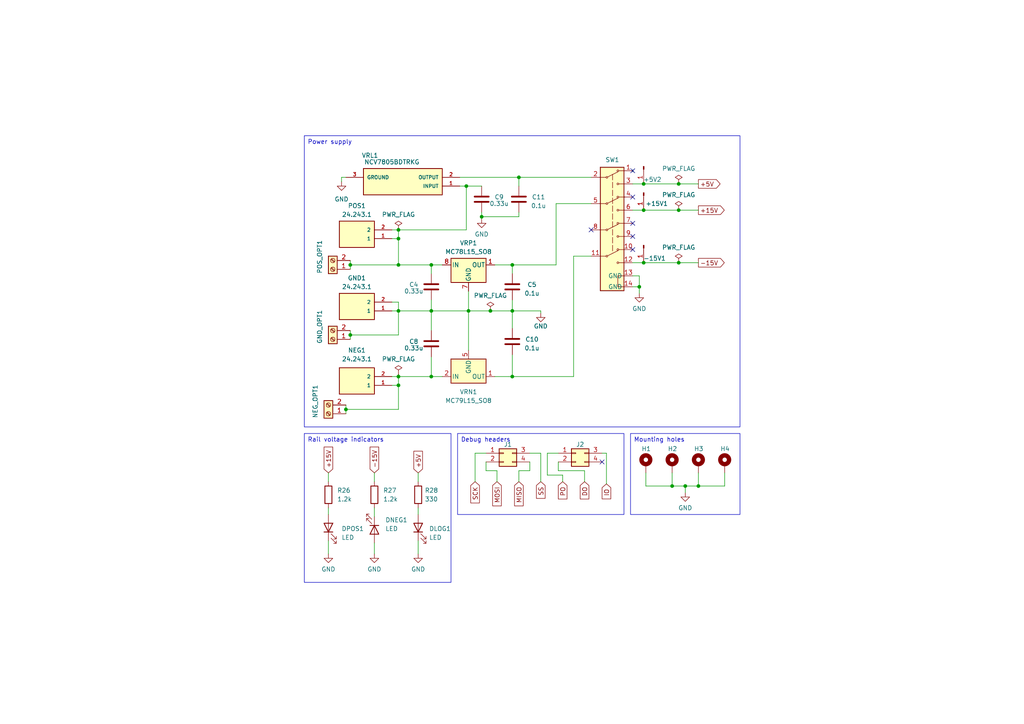
<source format=kicad_sch>
(kicad_sch (version 20230121) (generator eeschema)

  (uuid 3725ae4d-1e15-4a34-9b15-484c49db88a6)

  (paper "A4")

  (title_block
    (title "Power management")
  )

  (lib_symbols
    (symbol "24.243.1_banana_plug:24.243.1" (pin_names (offset 1.016)) (in_bom yes) (on_board yes)
      (property "Reference" "J" (at 16.51 7.62 0)
        (effects (font (size 1.27 1.27)) (justify left))
      )
      (property "Value" "24.243.1" (at 16.51 5.08 0)
        (effects (font (size 1.27 1.27)) (justify left))
      )
      (property "Footprint" "24.243.1:242431" (at 0 0 0)
        (effects (font (size 1.27 1.27)) (justify bottom) hide)
      )
      (property "Datasheet" "" (at 0 0 0)
        (effects (font (size 1.27 1.27)) hide)
      )
      (property "Manufacturer_Name" "MULTICOMP" (at 0 0 0)
        (effects (font (size 1.27 1.27)) (justify bottom) hide)
      )
      (property "MF" "Multicomp" (at 0 0 0)
        (effects (font (size 1.27 1.27)) (justify bottom) hide)
      )
      (property "Mouser_Price-Stock" "" (at 0 0 0)
        (effects (font (size 1.27 1.27)) (justify bottom) hide)
      )
      (property "Description" "\nBanana Socket, 20a, 4mm, Pcb, Red\n" (at 0 0 0)
        (effects (font (size 1.27 1.27)) (justify bottom) hide)
      )
      (property "Mouser_Part_Number" "" (at 0 0 0)
        (effects (font (size 1.27 1.27)) (justify bottom) hide)
      )
      (property "Price" "None" (at 0 0 0)
        (effects (font (size 1.27 1.27)) (justify bottom) hide)
      )
      (property "Package" "None" (at 0 0 0)
        (effects (font (size 1.27 1.27)) (justify bottom) hide)
      )
      (property "Check_prices" "https://www.snapeda.com/parts/24.243.1/Multicomp/view-part/?ref=eda" (at 0 0 0)
        (effects (font (size 1.27 1.27)) (justify bottom) hide)
      )
      (property "Height" "12.6mm" (at 0 0 0)
        (effects (font (size 1.27 1.27)) (justify bottom) hide)
      )
      (property "MP" "24.243.1" (at 0 0 0)
        (effects (font (size 1.27 1.27)) (justify bottom) hide)
      )
      (property "SnapEDA_Link" "https://www.snapeda.com/parts/24.243.1/Multicomp/view-part/?ref=snap" (at 0 0 0)
        (effects (font (size 1.27 1.27)) (justify bottom) hide)
      )
      (property "Arrow_Price-Stock" "" (at 0 0 0)
        (effects (font (size 1.27 1.27)) (justify bottom) hide)
      )
      (property "Arrow_Part_Number" "" (at 0 0 0)
        (effects (font (size 1.27 1.27)) (justify bottom) hide)
      )
      (property "Availability" "In Stock" (at 0 0 0)
        (effects (font (size 1.27 1.27)) (justify bottom) hide)
      )
      (property "Manufacturer_Part_Number" "24.243.1" (at 0 0 0)
        (effects (font (size 1.27 1.27)) (justify bottom) hide)
      )
      (symbol "24.243.1_0_0"
        (rectangle (start 5.08 -5.08) (end 15.24 2.54)
          (stroke (width 0.254) (type default))
          (fill (type background))
        )
        (pin bidirectional line (at 0 0 0) (length 5.08)
          (name "1" (effects (font (size 1.016 1.016))))
          (number "1" (effects (font (size 1.016 1.016))))
        )
        (pin bidirectional line (at 0 -2.54 0) (length 5.08)
          (name "2" (effects (font (size 1.016 1.016))))
          (number "2" (effects (font (size 1.016 1.016))))
        )
      )
    )
    (symbol "Connector:Conn_01x01_Pin" (pin_names (offset 1.016) hide) (in_bom yes) (on_board yes)
      (property "Reference" "J" (at 0 2.54 0)
        (effects (font (size 1.27 1.27)))
      )
      (property "Value" "Conn_01x01_Pin" (at 0 -2.54 0)
        (effects (font (size 1.27 1.27)))
      )
      (property "Footprint" "" (at 0 0 0)
        (effects (font (size 1.27 1.27)) hide)
      )
      (property "Datasheet" "~" (at 0 0 0)
        (effects (font (size 1.27 1.27)) hide)
      )
      (property "ki_locked" "" (at 0 0 0)
        (effects (font (size 1.27 1.27)))
      )
      (property "ki_keywords" "connector" (at 0 0 0)
        (effects (font (size 1.27 1.27)) hide)
      )
      (property "ki_description" "Generic connector, single row, 01x01, script generated" (at 0 0 0)
        (effects (font (size 1.27 1.27)) hide)
      )
      (property "ki_fp_filters" "Connector*:*_1x??_*" (at 0 0 0)
        (effects (font (size 1.27 1.27)) hide)
      )
      (symbol "Conn_01x01_Pin_1_1"
        (polyline
          (pts
            (xy 1.27 0)
            (xy 0.8636 0)
          )
          (stroke (width 0.1524) (type default))
          (fill (type none))
        )
        (rectangle (start 0.8636 0.127) (end 0 -0.127)
          (stroke (width 0.1524) (type default))
          (fill (type outline))
        )
        (pin passive line (at 5.08 0 180) (length 3.81)
          (name "Pin_1" (effects (font (size 1.27 1.27))))
          (number "1" (effects (font (size 1.27 1.27))))
        )
      )
    )
    (symbol "Connector:Screw_Terminal_01x02" (pin_names (offset 1.016) hide) (in_bom yes) (on_board yes)
      (property "Reference" "J" (at 0 2.54 0)
        (effects (font (size 1.27 1.27)))
      )
      (property "Value" "Screw_Terminal_01x02" (at 0 -5.08 0)
        (effects (font (size 1.27 1.27)))
      )
      (property "Footprint" "" (at 0 0 0)
        (effects (font (size 1.27 1.27)) hide)
      )
      (property "Datasheet" "~" (at 0 0 0)
        (effects (font (size 1.27 1.27)) hide)
      )
      (property "ki_keywords" "screw terminal" (at 0 0 0)
        (effects (font (size 1.27 1.27)) hide)
      )
      (property "ki_description" "Generic screw terminal, single row, 01x02, script generated (kicad-library-utils/schlib/autogen/connector/)" (at 0 0 0)
        (effects (font (size 1.27 1.27)) hide)
      )
      (property "ki_fp_filters" "TerminalBlock*:*" (at 0 0 0)
        (effects (font (size 1.27 1.27)) hide)
      )
      (symbol "Screw_Terminal_01x02_1_1"
        (rectangle (start -1.27 1.27) (end 1.27 -3.81)
          (stroke (width 0.254) (type default))
          (fill (type background))
        )
        (circle (center 0 -2.54) (radius 0.635)
          (stroke (width 0.1524) (type default))
          (fill (type none))
        )
        (polyline
          (pts
            (xy -0.5334 -2.2098)
            (xy 0.3302 -3.048)
          )
          (stroke (width 0.1524) (type default))
          (fill (type none))
        )
        (polyline
          (pts
            (xy -0.5334 0.3302)
            (xy 0.3302 -0.508)
          )
          (stroke (width 0.1524) (type default))
          (fill (type none))
        )
        (polyline
          (pts
            (xy -0.3556 -2.032)
            (xy 0.508 -2.8702)
          )
          (stroke (width 0.1524) (type default))
          (fill (type none))
        )
        (polyline
          (pts
            (xy -0.3556 0.508)
            (xy 0.508 -0.3302)
          )
          (stroke (width 0.1524) (type default))
          (fill (type none))
        )
        (circle (center 0 0) (radius 0.635)
          (stroke (width 0.1524) (type default))
          (fill (type none))
        )
        (pin passive line (at -5.08 0 0) (length 3.81)
          (name "Pin_1" (effects (font (size 1.27 1.27))))
          (number "1" (effects (font (size 1.27 1.27))))
        )
        (pin passive line (at -5.08 -2.54 0) (length 3.81)
          (name "Pin_2" (effects (font (size 1.27 1.27))))
          (number "2" (effects (font (size 1.27 1.27))))
        )
      )
    )
    (symbol "Connector_Generic:Conn_02x02_Top_Bottom" (pin_names (offset 1.016) hide) (in_bom yes) (on_board yes)
      (property "Reference" "J" (at 1.27 2.54 0)
        (effects (font (size 1.27 1.27)))
      )
      (property "Value" "Conn_02x02_Top_Bottom" (at 1.27 -5.08 0)
        (effects (font (size 1.27 1.27)))
      )
      (property "Footprint" "" (at 0 0 0)
        (effects (font (size 1.27 1.27)) hide)
      )
      (property "Datasheet" "~" (at 0 0 0)
        (effects (font (size 1.27 1.27)) hide)
      )
      (property "ki_keywords" "connector" (at 0 0 0)
        (effects (font (size 1.27 1.27)) hide)
      )
      (property "ki_description" "Generic connector, double row, 02x02, top/bottom pin numbering scheme (row 1: 1...pins_per_row, row2: pins_per_row+1 ... num_pins), script generated (kicad-library-utils/schlib/autogen/connector/)" (at 0 0 0)
        (effects (font (size 1.27 1.27)) hide)
      )
      (property "ki_fp_filters" "Connector*:*_2x??_*" (at 0 0 0)
        (effects (font (size 1.27 1.27)) hide)
      )
      (symbol "Conn_02x02_Top_Bottom_1_1"
        (rectangle (start -1.27 -2.413) (end 0 -2.667)
          (stroke (width 0.1524) (type default))
          (fill (type none))
        )
        (rectangle (start -1.27 0.127) (end 0 -0.127)
          (stroke (width 0.1524) (type default))
          (fill (type none))
        )
        (rectangle (start -1.27 1.27) (end 3.81 -3.81)
          (stroke (width 0.254) (type default))
          (fill (type background))
        )
        (rectangle (start 3.81 -2.413) (end 2.54 -2.667)
          (stroke (width 0.1524) (type default))
          (fill (type none))
        )
        (rectangle (start 3.81 0.127) (end 2.54 -0.127)
          (stroke (width 0.1524) (type default))
          (fill (type none))
        )
        (pin passive line (at -5.08 0 0) (length 3.81)
          (name "Pin_1" (effects (font (size 1.27 1.27))))
          (number "1" (effects (font (size 1.27 1.27))))
        )
        (pin passive line (at -5.08 -2.54 0) (length 3.81)
          (name "Pin_2" (effects (font (size 1.27 1.27))))
          (number "2" (effects (font (size 1.27 1.27))))
        )
        (pin passive line (at 7.62 0 180) (length 3.81)
          (name "Pin_3" (effects (font (size 1.27 1.27))))
          (number "3" (effects (font (size 1.27 1.27))))
        )
        (pin passive line (at 7.62 -2.54 180) (length 3.81)
          (name "Pin_4" (effects (font (size 1.27 1.27))))
          (number "4" (effects (font (size 1.27 1.27))))
        )
      )
    )
    (symbol "Device:C" (pin_numbers hide) (pin_names (offset 0.254)) (in_bom yes) (on_board yes)
      (property "Reference" "C" (at 0.635 2.54 0)
        (effects (font (size 1.27 1.27)) (justify left))
      )
      (property "Value" "C" (at 0.635 -2.54 0)
        (effects (font (size 1.27 1.27)) (justify left))
      )
      (property "Footprint" "" (at 0.9652 -3.81 0)
        (effects (font (size 1.27 1.27)) hide)
      )
      (property "Datasheet" "~" (at 0 0 0)
        (effects (font (size 1.27 1.27)) hide)
      )
      (property "ki_keywords" "cap capacitor" (at 0 0 0)
        (effects (font (size 1.27 1.27)) hide)
      )
      (property "ki_description" "Unpolarized capacitor" (at 0 0 0)
        (effects (font (size 1.27 1.27)) hide)
      )
      (property "ki_fp_filters" "C_*" (at 0 0 0)
        (effects (font (size 1.27 1.27)) hide)
      )
      (symbol "C_0_1"
        (polyline
          (pts
            (xy -2.032 -0.762)
            (xy 2.032 -0.762)
          )
          (stroke (width 0.508) (type default))
          (fill (type none))
        )
        (polyline
          (pts
            (xy -2.032 0.762)
            (xy 2.032 0.762)
          )
          (stroke (width 0.508) (type default))
          (fill (type none))
        )
      )
      (symbol "C_1_1"
        (pin passive line (at 0 3.81 270) (length 2.794)
          (name "~" (effects (font (size 1.27 1.27))))
          (number "1" (effects (font (size 1.27 1.27))))
        )
        (pin passive line (at 0 -3.81 90) (length 2.794)
          (name "~" (effects (font (size 1.27 1.27))))
          (number "2" (effects (font (size 1.27 1.27))))
        )
      )
    )
    (symbol "Device:LED" (pin_numbers hide) (pin_names (offset 1.016) hide) (in_bom yes) (on_board yes)
      (property "Reference" "D" (at 0 2.54 0)
        (effects (font (size 1.27 1.27)))
      )
      (property "Value" "LED" (at 0 -2.54 0)
        (effects (font (size 1.27 1.27)))
      )
      (property "Footprint" "" (at 0 0 0)
        (effects (font (size 1.27 1.27)) hide)
      )
      (property "Datasheet" "~" (at 0 0 0)
        (effects (font (size 1.27 1.27)) hide)
      )
      (property "ki_keywords" "LED diode" (at 0 0 0)
        (effects (font (size 1.27 1.27)) hide)
      )
      (property "ki_description" "Light emitting diode" (at 0 0 0)
        (effects (font (size 1.27 1.27)) hide)
      )
      (property "ki_fp_filters" "LED* LED_SMD:* LED_THT:*" (at 0 0 0)
        (effects (font (size 1.27 1.27)) hide)
      )
      (symbol "LED_0_1"
        (polyline
          (pts
            (xy -1.27 -1.27)
            (xy -1.27 1.27)
          )
          (stroke (width 0.254) (type default))
          (fill (type none))
        )
        (polyline
          (pts
            (xy -1.27 0)
            (xy 1.27 0)
          )
          (stroke (width 0) (type default))
          (fill (type none))
        )
        (polyline
          (pts
            (xy 1.27 -1.27)
            (xy 1.27 1.27)
            (xy -1.27 0)
            (xy 1.27 -1.27)
          )
          (stroke (width 0.254) (type default))
          (fill (type none))
        )
        (polyline
          (pts
            (xy -3.048 -0.762)
            (xy -4.572 -2.286)
            (xy -3.81 -2.286)
            (xy -4.572 -2.286)
            (xy -4.572 -1.524)
          )
          (stroke (width 0) (type default))
          (fill (type none))
        )
        (polyline
          (pts
            (xy -1.778 -0.762)
            (xy -3.302 -2.286)
            (xy -2.54 -2.286)
            (xy -3.302 -2.286)
            (xy -3.302 -1.524)
          )
          (stroke (width 0) (type default))
          (fill (type none))
        )
      )
      (symbol "LED_1_1"
        (pin passive line (at -3.81 0 0) (length 2.54)
          (name "K" (effects (font (size 1.27 1.27))))
          (number "1" (effects (font (size 1.27 1.27))))
        )
        (pin passive line (at 3.81 0 180) (length 2.54)
          (name "A" (effects (font (size 1.27 1.27))))
          (number "2" (effects (font (size 1.27 1.27))))
        )
      )
    )
    (symbol "Device:R" (pin_numbers hide) (pin_names (offset 0)) (in_bom yes) (on_board yes)
      (property "Reference" "R" (at 2.032 0 90)
        (effects (font (size 1.27 1.27)))
      )
      (property "Value" "R" (at 0 0 90)
        (effects (font (size 1.27 1.27)))
      )
      (property "Footprint" "" (at -1.778 0 90)
        (effects (font (size 1.27 1.27)) hide)
      )
      (property "Datasheet" "~" (at 0 0 0)
        (effects (font (size 1.27 1.27)) hide)
      )
      (property "ki_keywords" "R res resistor" (at 0 0 0)
        (effects (font (size 1.27 1.27)) hide)
      )
      (property "ki_description" "Resistor" (at 0 0 0)
        (effects (font (size 1.27 1.27)) hide)
      )
      (property "ki_fp_filters" "R_*" (at 0 0 0)
        (effects (font (size 1.27 1.27)) hide)
      )
      (symbol "R_0_1"
        (rectangle (start -1.016 -2.54) (end 1.016 2.54)
          (stroke (width 0.254) (type default))
          (fill (type none))
        )
      )
      (symbol "R_1_1"
        (pin passive line (at 0 3.81 270) (length 1.27)
          (name "~" (effects (font (size 1.27 1.27))))
          (number "1" (effects (font (size 1.27 1.27))))
        )
        (pin passive line (at 0 -3.81 90) (length 1.27)
          (name "~" (effects (font (size 1.27 1.27))))
          (number "2" (effects (font (size 1.27 1.27))))
        )
      )
    )
    (symbol "Mechanical:MountingHole_Pad" (pin_numbers hide) (pin_names (offset 1.016) hide) (in_bom yes) (on_board yes)
      (property "Reference" "H" (at 0 6.35 0)
        (effects (font (size 1.27 1.27)))
      )
      (property "Value" "MountingHole_Pad" (at 0 4.445 0)
        (effects (font (size 1.27 1.27)))
      )
      (property "Footprint" "" (at 0 0 0)
        (effects (font (size 1.27 1.27)) hide)
      )
      (property "Datasheet" "~" (at 0 0 0)
        (effects (font (size 1.27 1.27)) hide)
      )
      (property "ki_keywords" "mounting hole" (at 0 0 0)
        (effects (font (size 1.27 1.27)) hide)
      )
      (property "ki_description" "Mounting Hole with connection" (at 0 0 0)
        (effects (font (size 1.27 1.27)) hide)
      )
      (property "ki_fp_filters" "MountingHole*Pad*" (at 0 0 0)
        (effects (font (size 1.27 1.27)) hide)
      )
      (symbol "MountingHole_Pad_0_1"
        (circle (center 0 1.27) (radius 1.27)
          (stroke (width 1.27) (type default))
          (fill (type none))
        )
      )
      (symbol "MountingHole_Pad_1_1"
        (pin input line (at 0 -2.54 90) (length 2.54)
          (name "1" (effects (font (size 1.27 1.27))))
          (number "1" (effects (font (size 1.27 1.27))))
        )
      )
    )
    (symbol "NCV7805BDTRKG:NCV7805BDTRKG" (pin_names (offset 1.016)) (in_bom yes) (on_board yes)
      (property "Reference" "IC" (at 29.21 7.62 0)
        (effects (font (size 1.27 1.27)) (justify left))
      )
      (property "Value" "NCV7805BDTRKG" (at 29.21 5.08 0)
        (effects (font (size 1.27 1.27)) (justify left))
      )
      (property "Footprint" "NCV7805BDTRKG:NCV7805BDTRKG_1" (at 0 0 0)
        (effects (font (size 1.27 1.27)) (justify bottom) hide)
      )
      (property "Datasheet" "" (at 0 0 0)
        (effects (font (size 1.27 1.27)) hide)
      )
      (property "MANUFACTURER_NAME" "ON Semiconductor" (at 3.937 23.368 0)
        (effects (font (size 1.27 1.27)) (justify bottom) hide)
      )
      (property "MF" "onsemi" (at 0 0 0)
        (effects (font (size 1.27 1.27)) (justify bottom) hide)
      )
      (property "RS_PRICE-STOCK" "" (at 0 0 0)
        (effects (font (size 1.27 1.27)) (justify bottom) hide)
      )
      (property "DESCRIPTION" "Linear Voltage Regulators POS VLTG REGULATR 1A 5V" (at 0 0 0)
        (effects (font (size 1.27 1.27)) (justify bottom) hide)
      )
      (property "RS_PART_NUMBER" "" (at 0 0 0)
        (effects (font (size 1.27 1.27)) (justify bottom) hide)
      )
      (property "Price" "None" (at 0 0 0)
        (effects (font (size 1.27 1.27)) (justify bottom) hide)
      )
      (property "MOUSER_PART_NUMBER" "863-NCV7805BDTRKG" (at 0 0 0)
        (effects (font (size 1.27 1.27)) (justify bottom) hide)
      )
      (property "Check_prices" "https://www.snapeda.com/parts/NCV7805BDTRKG/Onsemi/view-part/?ref=eda" (at 2.286 6.858 0)
        (effects (font (size 1.27 1.27)) (justify bottom) hide)
      )
      (property "HEIGHT" "mm" (at 0 0 0)
        (effects (font (size 1.27 1.27)) (justify bottom) hide)
      )
      (property "SnapEDA_Link" "https://www.snapeda.com/parts/NCV7805BDTRKG/Onsemi/view-part/?ref=snap" (at 0 0 0)
        (effects (font (size 1.27 1.27)) (justify bottom) hide)
      )
      (property "MP" "NCV7805BDTRKG" (at 0 0 0)
        (effects (font (size 1.27 1.27)) (justify bottom) hide)
      )
      (property "Package" "None" (at 0 0 0)
        (effects (font (size 1.27 1.27)) (justify bottom) hide)
      )
      (property "Purchase-URL" "https://www.snapeda.com/api/url_track_click_mouser/?unipart_id=7502210&manufacturer=onsemi&part_name=NCV7805BDTRKG&search_term=ncv7805bdtrkg" (at 21.59 9.398 0)
        (effects (font (size 1.27 1.27)) (justify bottom) hide)
      )
      (property "MOUSER_PRICE-STOCK" "https://www.mouser.com/Search/Refine.aspx?Keyword=863-NCV7805BDTRKG" (at 1.778 12.954 0)
        (effects (font (size 1.27 1.27)) (justify bottom) hide)
      )
      (property "Description" "\nStandard Regulator Pos 5V 1A Automotive 3-Pin(2+Tab) DPAK T/R\n" (at 2.54 16.51 0)
        (effects (font (size 1.27 1.27)) (justify bottom) hide)
      )
      (property "Availability" "In Stock" (at 0 0 0)
        (effects (font (size 1.27 1.27)) (justify bottom) hide)
      )
      (property "MANUFACTURER_PART_NUMBER" "NCV7805BDTRKG" (at 0 0 0)
        (effects (font (size 1.27 1.27)) (justify bottom) hide)
      )
      (symbol "NCV7805BDTRKG_0_0"
        (rectangle (start 5.08 -5.08) (end 27.94 2.54)
          (stroke (width 0.254) (type default))
          (fill (type background))
        )
        (pin bidirectional line (at 33.02 -2.54 180) (length 5.08)
          (name "INPUT" (effects (font (size 1.016 1.016))))
          (number "1" (effects (font (size 1.016 1.016))))
        )
        (pin bidirectional line (at 33.02 0 180) (length 5.08)
          (name "OUTPUT" (effects (font (size 1.016 1.016))))
          (number "2" (effects (font (size 1.016 1.016))))
        )
        (pin bidirectional line (at 0 0 0) (length 5.08)
          (name "GROUND" (effects (font (size 1.016 1.016))))
          (number "3" (effects (font (size 1.016 1.016))))
        )
      )
    )
    (symbol "Regulator_Linear:MC78L15_SO8" (pin_names (offset 0.254)) (in_bom yes) (on_board yes)
      (property "Reference" "U" (at -3.81 3.175 0)
        (effects (font (size 1.27 1.27)))
      )
      (property "Value" "MC78L15_SO8" (at 0 3.175 0)
        (effects (font (size 1.27 1.27)) (justify left))
      )
      (property "Footprint" "Package_SO:SOIC-8_3.9x4.9mm_P1.27mm" (at 2.54 5.08 0)
        (effects (font (size 1.27 1.27) italic) hide)
      )
      (property "Datasheet" "https://www.onsemi.com/pub/Collateral/MC78L00A-D.PDF" (at 5.08 0 0)
        (effects (font (size 1.27 1.27)) hide)
      )
      (property "ki_keywords" "Voltage Regulator 100mA Positive" (at 0 0 0)
        (effects (font (size 1.27 1.27)) hide)
      )
      (property "ki_description" "Positive 100mA 30V Linear Regulator, Fixed Output 15V, SO-8" (at 0 0 0)
        (effects (font (size 1.27 1.27)) hide)
      )
      (property "ki_fp_filters" "SOIC*3.9x4.9mm*P1.27mm*" (at 0 0 0)
        (effects (font (size 1.27 1.27)) hide)
      )
      (symbol "MC78L15_SO8_0_1"
        (rectangle (start -5.08 1.905) (end 5.08 -5.08)
          (stroke (width 0.254) (type default))
          (fill (type background))
        )
      )
      (symbol "MC78L15_SO8_1_1"
        (pin power_out line (at 7.62 0 180) (length 2.54)
          (name "OUT" (effects (font (size 1.27 1.27))))
          (number "1" (effects (font (size 1.27 1.27))))
        )
        (pin passive line (at 0 -7.62 90) (length 2.54) hide
          (name "GND" (effects (font (size 1.27 1.27))))
          (number "2" (effects (font (size 1.27 1.27))))
        )
        (pin passive line (at 0 -7.62 90) (length 2.54) hide
          (name "GND" (effects (font (size 1.27 1.27))))
          (number "3" (effects (font (size 1.27 1.27))))
        )
        (pin no_connect line (at -5.08 -2.54 0) (length 2.54) hide
          (name "NC" (effects (font (size 1.27 1.27))))
          (number "4" (effects (font (size 1.27 1.27))))
        )
        (pin no_connect line (at 5.08 -2.54 180) (length 2.54) hide
          (name "NC" (effects (font (size 1.27 1.27))))
          (number "5" (effects (font (size 1.27 1.27))))
        )
        (pin passive line (at 0 -7.62 90) (length 2.54) hide
          (name "GND" (effects (font (size 1.27 1.27))))
          (number "6" (effects (font (size 1.27 1.27))))
        )
        (pin power_in line (at 0 -7.62 90) (length 2.54)
          (name "GND" (effects (font (size 1.27 1.27))))
          (number "7" (effects (font (size 1.27 1.27))))
        )
        (pin power_in line (at -7.62 0 0) (length 2.54)
          (name "IN" (effects (font (size 1.27 1.27))))
          (number "8" (effects (font (size 1.27 1.27))))
        )
      )
    )
    (symbol "Regulator_Linear:MC79L15_SO8" (pin_names (offset 0.254)) (in_bom yes) (on_board yes)
      (property "Reference" "U" (at -3.81 -3.175 0)
        (effects (font (size 1.27 1.27)))
      )
      (property "Value" "MC79L15_SO8" (at 0 -3.175 0)
        (effects (font (size 1.27 1.27)) (justify left))
      )
      (property "Footprint" "Package_SO:SOIC-8_3.9x4.9mm_P1.27mm" (at 0 -5.08 0)
        (effects (font (size 1.27 1.27) italic) hide)
      )
      (property "Datasheet" "http://www.ti.com/lit/ds/symlink/lm79l.pdf" (at 0 1.27 0)
        (effects (font (size 1.27 1.27)) hide)
      )
      (property "ki_keywords" "Voltage Regulator 100mA Negative" (at 0 0 0)
        (effects (font (size 1.27 1.27)) hide)
      )
      (property "ki_description" "Negative 100mA -35V Linear Regulator, Fixed Output -15V, SO-8" (at 0 0 0)
        (effects (font (size 1.27 1.27)) hide)
      )
      (property "ki_fp_filters" "SOIC?8*3.9x4.9mm*P1.27mm*" (at 0 0 0)
        (effects (font (size 1.27 1.27)) hide)
      )
      (symbol "MC79L15_SO8_0_1"
        (rectangle (start -5.08 5.08) (end 5.08 -1.905)
          (stroke (width 0.254) (type default))
          (fill (type background))
        )
      )
      (symbol "MC79L15_SO8_1_1"
        (pin power_out line (at 7.62 0 180) (length 2.54)
          (name "OUT" (effects (font (size 1.27 1.27))))
          (number "1" (effects (font (size 1.27 1.27))))
        )
        (pin power_in line (at -7.62 0 0) (length 2.54)
          (name "IN" (effects (font (size 1.27 1.27))))
          (number "2" (effects (font (size 1.27 1.27))))
        )
        (pin passive line (at -7.62 0 0) (length 2.54) hide
          (name "IN" (effects (font (size 1.27 1.27))))
          (number "3" (effects (font (size 1.27 1.27))))
        )
        (pin no_connect line (at 5.08 2.54 180) (length 2.54) hide
          (name "NC" (effects (font (size 1.27 1.27))))
          (number "4" (effects (font (size 1.27 1.27))))
        )
        (pin power_in line (at 0 7.62 270) (length 2.54)
          (name "GND" (effects (font (size 1.27 1.27))))
          (number "5" (effects (font (size 1.27 1.27))))
        )
        (pin passive line (at -7.62 0 0) (length 2.54) hide
          (name "IN" (effects (font (size 1.27 1.27))))
          (number "6" (effects (font (size 1.27 1.27))))
        )
        (pin passive line (at -7.62 0 0) (length 2.54) hide
          (name "IN" (effects (font (size 1.27 1.27))))
          (number "7" (effects (font (size 1.27 1.27))))
        )
        (pin no_connect line (at -5.08 2.54 0) (length 2.54) hide
          (name "NC" (effects (font (size 1.27 1.27))))
          (number "8" (effects (font (size 1.27 1.27))))
        )
      )
    )
    (symbol "eg208a_4pdt_switch:EG4208" (in_bom yes) (on_board yes)
      (property "Reference" "SW" (at -2.032 2.032 0)
        (effects (font (size 1.27 1.27)))
      )
      (property "Value" "" (at 0 0 0)
        (effects (font (size 1.27 1.27)))
      )
      (property "Footprint" "" (at 0 0 0)
        (effects (font (size 1.27 1.27)) hide)
      )
      (property "Datasheet" "" (at 0 0 0)
        (effects (font (size 1.27 1.27)) hide)
      )
      (symbol "EG4208_0_1"
        (polyline
          (pts
            (xy 0 -2.286)
            (xy 0 -4.064)
          )
          (stroke (width 0) (type default))
          (fill (type none))
        )
      )
      (symbol "EG4208_1_1"
        (rectangle (start -1.016 -2.54) (end 34.798 -9.398)
          (stroke (width 0.25) (type default))
          (fill (type background))
        )
        (circle (center 0 -4.318) (radius 0.254)
          (stroke (width 0) (type default))
          (fill (type color) (color 255 255 194 1))
        )
        (polyline
          (pts
            (xy 1.016 -5.842)
            (xy 23.876 -5.842)
          )
          (stroke (width 0) (type dash))
          (fill (type none))
        )
        (polyline
          (pts
            (xy 1.778 -7.239)
            (xy 0.254 -4.191)
          )
          (stroke (width 0) (type default))
          (fill (type none))
        )
        (polyline
          (pts
            (xy 3.81 -2.54)
            (xy 3.81 -4.064)
          )
          (stroke (width 0) (type default))
          (fill (type none))
        )
        (polyline
          (pts
            (xy 7.62 -2.286)
            (xy 7.62 -4.064)
          )
          (stroke (width 0) (type default))
          (fill (type none))
        )
        (polyline
          (pts
            (xy 9.398 -7.239)
            (xy 7.874 -4.191)
          )
          (stroke (width 0) (type default))
          (fill (type none))
        )
        (polyline
          (pts
            (xy 9.525 -9.525)
            (xy 9.525 -7.747)
          )
          (stroke (width 0) (type default))
          (fill (type none))
        )
        (polyline
          (pts
            (xy 11.43 -2.413)
            (xy 11.43 -4.064)
          )
          (stroke (width 0) (type default))
          (fill (type none))
        )
        (polyline
          (pts
            (xy 15.24 -2.286)
            (xy 15.24 -4.064)
          )
          (stroke (width 0) (type default))
          (fill (type none))
        )
        (polyline
          (pts
            (xy 17.018 -7.239)
            (xy 15.494 -4.191)
          )
          (stroke (width 0) (type default))
          (fill (type none))
        )
        (polyline
          (pts
            (xy 17.145 -9.525)
            (xy 17.145 -7.747)
          )
          (stroke (width 0) (type default))
          (fill (type none))
        )
        (polyline
          (pts
            (xy 19.05 -2.413)
            (xy 19.05 -4.064)
          )
          (stroke (width 0) (type default))
          (fill (type none))
        )
        (polyline
          (pts
            (xy 22.86 -2.413)
            (xy 22.86 -4.064)
          )
          (stroke (width 0) (type default))
          (fill (type none))
        )
        (polyline
          (pts
            (xy 24.638 -7.239)
            (xy 23.114 -4.191)
          )
          (stroke (width 0) (type default))
          (fill (type none))
        )
        (polyline
          (pts
            (xy 24.765 -9.525)
            (xy 24.765 -7.747)
          )
          (stroke (width 0) (type default))
          (fill (type none))
        )
        (polyline
          (pts
            (xy 26.67 -2.286)
            (xy 26.67 -4.064)
          )
          (stroke (width 0) (type default))
          (fill (type none))
        )
        (polyline
          (pts
            (xy 1.905 -9.525)
            (xy 1.905 -7.874)
            (xy 1.905 -7.747)
          )
          (stroke (width 0) (type default))
          (fill (type none))
        )
        (polyline
          (pts
            (xy 33.655 -2.54)
            (xy 33.655 -4.318)
            (xy 30.48 -4.318)
            (xy 30.48 -2.413)
          )
          (stroke (width 0) (type default))
          (fill (type none))
        )
        (circle (center 1.905 -7.493) (radius 0.254)
          (stroke (width 0) (type default))
          (fill (type color) (color 255 255 194 1))
        )
        (circle (center 3.81 -4.318) (radius 0.254)
          (stroke (width 0) (type default))
          (fill (type color) (color 255 255 194 1))
        )
        (circle (center 7.62 -4.318) (radius 0.254)
          (stroke (width 0) (type default))
          (fill (type color) (color 255 255 194 1))
        )
        (circle (center 9.525 -7.493) (radius 0.254)
          (stroke (width 0) (type default))
          (fill (type color) (color 255 255 194 1))
        )
        (circle (center 11.43 -4.318) (radius 0.254)
          (stroke (width 0) (type default))
          (fill (type color) (color 255 255 194 1))
        )
        (circle (center 15.24 -4.318) (radius 0.254)
          (stroke (width 0) (type default))
          (fill (type color) (color 255 255 194 1))
        )
        (circle (center 17.145 -7.493) (radius 0.254)
          (stroke (width 0) (type default))
          (fill (type color) (color 255 255 194 1))
        )
        (circle (center 19.05 -4.318) (radius 0.254)
          (stroke (width 0) (type default))
          (fill (type color) (color 255 255 194 1))
        )
        (circle (center 22.86 -4.318) (radius 0.254)
          (stroke (width 0) (type default))
          (fill (type color) (color 255 255 194 1))
        )
        (circle (center 24.765 -7.493) (radius 0.254)
          (stroke (width 0) (type default))
          (fill (type color) (color 255 255 194 1))
        )
        (circle (center 26.67 -4.318) (radius 0.254)
          (stroke (width 0) (type default))
          (fill (type color) (color 255 255 194 1))
        )
        (pin input line (at 0 0 270) (length 2.54)
          (name "" (effects (font (size 1.27 1.27))))
          (number "1" (effects (font (size 1.27 1.27))))
        )
        (pin input line (at 22.86 0 270) (length 2.54)
          (name "" (effects (font (size 1.27 1.27))))
          (number "10" (effects (font (size 1.27 1.27))))
        )
        (pin input line (at 24.765 -12.065 90) (length 2.54)
          (name "" (effects (font (size 1.27 1.27))))
          (number "11" (effects (font (size 1.27 1.27))))
        )
        (pin input line (at 26.67 0 270) (length 2.54)
          (name "" (effects (font (size 1.27 1.27))))
          (number "12" (effects (font (size 1.27 1.27))))
        )
        (pin input line (at 30.48 0 270) (length 2.54)
          (name "GND" (effects (font (size 1.27 1.27))))
          (number "13" (effects (font (size 1.27 1.27))))
        )
        (pin input line (at 33.655 0 270) (length 2.54)
          (name "GND" (effects (font (size 1.27 1.27))))
          (number "14" (effects (font (size 1.27 1.27))))
        )
        (pin input line (at 1.905 -12.065 90) (length 2.54)
          (name "" (effects (font (size 1.27 1.27))))
          (number "2" (effects (font (size 1.27 1.27))))
        )
        (pin input line (at 3.81 0 270) (length 2.54)
          (name "" (effects (font (size 1.27 1.27))))
          (number "3" (effects (font (size 1.27 1.27))))
        )
        (pin input line (at 7.62 0 270) (length 2.54)
          (name "" (effects (font (size 1.27 1.27))))
          (number "4" (effects (font (size 1.27 1.27))))
        )
        (pin input line (at 9.525 -12.065 90) (length 2.54)
          (name "" (effects (font (size 1.27 1.27))))
          (number "5" (effects (font (size 1.27 1.27))))
        )
        (pin input line (at 11.43 0 270) (length 2.54)
          (name "" (effects (font (size 1.27 1.27))))
          (number "6" (effects (font (size 1.27 1.27))))
        )
        (pin input line (at 15.24 0 270) (length 2.54)
          (name "" (effects (font (size 1.27 1.27))))
          (number "7" (effects (font (size 1.27 1.27))))
        )
        (pin input line (at 17.145 -12.065 90) (length 2.54)
          (name "" (effects (font (size 1.27 1.27))))
          (number "8" (effects (font (size 1.27 1.27))))
        )
        (pin input line (at 19.05 0 270) (length 2.54)
          (name "" (effects (font (size 1.27 1.27))))
          (number "9" (effects (font (size 1.27 1.27))))
        )
      )
    )
    (symbol "power:GND" (power) (pin_names (offset 0)) (in_bom yes) (on_board yes)
      (property "Reference" "#PWR" (at 0 -6.35 0)
        (effects (font (size 1.27 1.27)) hide)
      )
      (property "Value" "GND" (at 0 -3.81 0)
        (effects (font (size 1.27 1.27)))
      )
      (property "Footprint" "" (at 0 0 0)
        (effects (font (size 1.27 1.27)) hide)
      )
      (property "Datasheet" "" (at 0 0 0)
        (effects (font (size 1.27 1.27)) hide)
      )
      (property "ki_keywords" "global power" (at 0 0 0)
        (effects (font (size 1.27 1.27)) hide)
      )
      (property "ki_description" "Power symbol creates a global label with name \"GND\" , ground" (at 0 0 0)
        (effects (font (size 1.27 1.27)) hide)
      )
      (symbol "GND_0_1"
        (polyline
          (pts
            (xy 0 0)
            (xy 0 -1.27)
            (xy 1.27 -1.27)
            (xy 0 -2.54)
            (xy -1.27 -1.27)
            (xy 0 -1.27)
          )
          (stroke (width 0) (type default))
          (fill (type none))
        )
      )
      (symbol "GND_1_1"
        (pin power_in line (at 0 0 270) (length 0) hide
          (name "GND" (effects (font (size 1.27 1.27))))
          (number "1" (effects (font (size 1.27 1.27))))
        )
      )
    )
    (symbol "power:PWR_FLAG" (power) (pin_numbers hide) (pin_names (offset 0) hide) (in_bom yes) (on_board yes)
      (property "Reference" "#FLG" (at 0 1.905 0)
        (effects (font (size 1.27 1.27)) hide)
      )
      (property "Value" "PWR_FLAG" (at 0 3.81 0)
        (effects (font (size 1.27 1.27)))
      )
      (property "Footprint" "" (at 0 0 0)
        (effects (font (size 1.27 1.27)) hide)
      )
      (property "Datasheet" "~" (at 0 0 0)
        (effects (font (size 1.27 1.27)) hide)
      )
      (property "ki_keywords" "flag power" (at 0 0 0)
        (effects (font (size 1.27 1.27)) hide)
      )
      (property "ki_description" "Special symbol for telling ERC where power comes from" (at 0 0 0)
        (effects (font (size 1.27 1.27)) hide)
      )
      (symbol "PWR_FLAG_0_0"
        (pin power_out line (at 0 0 90) (length 0)
          (name "pwr" (effects (font (size 1.27 1.27))))
          (number "1" (effects (font (size 1.27 1.27))))
        )
      )
      (symbol "PWR_FLAG_0_1"
        (polyline
          (pts
            (xy 0 0)
            (xy 0 1.27)
            (xy -1.016 1.905)
            (xy 0 2.54)
            (xy 1.016 1.905)
            (xy 0 1.27)
          )
          (stroke (width 0) (type default))
          (fill (type none))
        )
      )
    )
  )

  (junction (at 148.59 76.835) (diameter 0) (color 0 0 0 0)
    (uuid 06d68353-1607-43fa-80d1-2cfea186e1aa)
  )
  (junction (at 185.42 83.185) (diameter 0) (color 0 0 0 0)
    (uuid 09e48cd2-6697-4afd-81d7-2ef0d6a58964)
  )
  (junction (at 135.255 53.975) (diameter 0) (color 0 0 0 0)
    (uuid 1165728e-762a-4dc2-8937-6507d21920e3)
  )
  (junction (at 194.945 140.97) (diameter 0) (color 0 0 0 0)
    (uuid 16de41cc-b59c-491e-96fb-cd2430dda649)
  )
  (junction (at 115.57 69.215) (diameter 0) (color 0 0 0 0)
    (uuid 1782980e-cff3-47bd-9ee4-de8df36cd490)
  )
  (junction (at 115.57 111.76) (diameter 0) (color 0 0 0 0)
    (uuid 2ef2399e-1637-4858-bf7f-578c5bda9fb1)
  )
  (junction (at 115.57 66.675) (diameter 0) (color 0 0 0 0)
    (uuid 3013741f-d788-47a6-b1dd-614c400d253f)
  )
  (junction (at 125.095 76.835) (diameter 0) (color 0 0 0 0)
    (uuid 32a9d67e-ac24-4a1f-ac3b-3f95038e6ff5)
  )
  (junction (at 135.89 90.17) (diameter 0) (color 0 0 0 0)
    (uuid 35769724-4b8d-4911-8561-aa0d753b46ba)
  )
  (junction (at 198.755 140.97) (diameter 0) (color 0 0 0 0)
    (uuid 3dd89335-2840-46e5-a0f0-0cf2640fdaea)
  )
  (junction (at 100.33 118.745) (diameter 0) (color 0 0 0 0)
    (uuid 55690992-b476-480e-938c-c49ee60a5ffa)
  )
  (junction (at 101.6 97.155) (diameter 0) (color 0 0 0 0)
    (uuid 636dc113-2560-45d6-a5c3-6c92587a8855)
  )
  (junction (at 142.24 90.17) (diameter 0) (color 0 0 0 0)
    (uuid 64d276a7-5df4-4141-a1a2-b1f412cf44f4)
  )
  (junction (at 115.57 109.22) (diameter 0) (color 0 0 0 0)
    (uuid 6a65b88b-32fa-4482-b70b-80a1cd2f6747)
  )
  (junction (at 139.7 62.865) (diameter 0) (color 0 0 0 0)
    (uuid 6f63017e-0137-48ad-b853-8284f720c2e3)
  )
  (junction (at 125.095 109.22) (diameter 0) (color 0 0 0 0)
    (uuid 78757d95-1cc3-4052-92f5-04d474b531f8)
  )
  (junction (at 196.85 53.34) (diameter 0) (color 0 0 0 0)
    (uuid 7ef32d03-313b-4932-9dcd-0b6d6363b190)
  )
  (junction (at 202.565 140.97) (diameter 0) (color 0 0 0 0)
    (uuid 83b80c98-2167-43d5-8704-d8548471d3aa)
  )
  (junction (at 115.57 90.17) (diameter 0) (color 0 0 0 0)
    (uuid 908574e5-2d6a-4896-8e3d-8edae30c5d6a)
  )
  (junction (at 186.69 76.2) (diameter 0) (color 0 0 0 0)
    (uuid 909f2deb-2795-4d59-a24f-cde67992fbfa)
  )
  (junction (at 101.6 76.835) (diameter 0) (color 0 0 0 0)
    (uuid ae0a790e-ce76-4907-a848-df8769e4a988)
  )
  (junction (at 148.59 109.22) (diameter 0) (color 0 0 0 0)
    (uuid b0fdabb2-bb45-4979-996e-2e5077d9ed6d)
  )
  (junction (at 150.495 51.435) (diameter 0) (color 0 0 0 0)
    (uuid b5a1bf4e-9e37-4cff-97e3-eb17b7047cd9)
  )
  (junction (at 186.69 60.96) (diameter 0) (color 0 0 0 0)
    (uuid b94fbd58-6d68-4c3a-891a-da211772fd0b)
  )
  (junction (at 196.85 60.96) (diameter 0) (color 0 0 0 0)
    (uuid c41aa165-3a21-45be-8362-88f8e8fe8269)
  )
  (junction (at 196.85 76.2) (diameter 0) (color 0 0 0 0)
    (uuid d04ed079-ee37-491e-ab3e-d26169193d7c)
  )
  (junction (at 186.69 53.34) (diameter 0) (color 0 0 0 0)
    (uuid de230a7c-7b40-4830-9444-c49d704a9d40)
  )
  (junction (at 125.095 90.17) (diameter 0) (color 0 0 0 0)
    (uuid f460096b-3dba-4000-ba71-8353e08d65ef)
  )
  (junction (at 148.59 90.17) (diameter 0) (color 0 0 0 0)
    (uuid f715d2f0-fe66-4b7b-8d35-0fa62b67549c)
  )
  (junction (at 115.57 76.835) (diameter 0) (color 0 0 0 0)
    (uuid fbe98707-1373-4b64-aec9-8abf77196d71)
  )

  (no_connect (at 183.515 72.39) (uuid 2b67e03e-44ad-4853-8de5-d578c18da151))
  (no_connect (at 174.625 133.985) (uuid 35dd6148-7ab0-4452-9966-d1f661df81c0))
  (no_connect (at 183.515 57.15) (uuid 37442e1f-bf7e-4656-9179-5dd9408df9ca))
  (no_connect (at 183.515 64.77) (uuid 9605afcf-821b-4e9f-aa5a-b9818f506b95))
  (no_connect (at 171.45 66.675) (uuid 9f09d471-fd65-4aa3-aac8-3a3e2dca13f5))
  (no_connect (at 183.515 68.58) (uuid c70d8b0e-3801-4877-a757-d8a1482c38c6))
  (no_connect (at 183.515 49.53) (uuid f653a86c-16ea-4ea8-8ad6-63c59ed17045))

  (wire (pts (xy 101.6 76.835) (xy 101.6 78.105))
    (stroke (width 0) (type default))
    (uuid 00544c97-d7fc-4864-b13a-07033de5db96)
  )
  (wire (pts (xy 183.515 80.01) (xy 185.42 80.01))
    (stroke (width 0) (type default))
    (uuid 008fb933-1221-4cd2-94b0-84273f4f2dba)
  )
  (wire (pts (xy 158.75 137.795) (xy 163.195 137.795))
    (stroke (width 0) (type default))
    (uuid 0108b91f-1ab4-4d4d-851b-03c5f261c66d)
  )
  (wire (pts (xy 196.85 60.96) (xy 202.565 60.96))
    (stroke (width 0) (type default))
    (uuid 01424284-3051-4e51-8759-9eabde7578d8)
  )
  (wire (pts (xy 183.515 83.185) (xy 185.42 83.185))
    (stroke (width 0) (type default))
    (uuid 04295367-f79e-4f4b-b1b2-156a61a42dd0)
  )
  (wire (pts (xy 148.59 76.835) (xy 148.59 79.375))
    (stroke (width 0) (type default))
    (uuid 08f01141-4d1c-4466-882c-682e88930c7b)
  )
  (wire (pts (xy 171.45 59.055) (xy 161.29 59.055))
    (stroke (width 0) (type default))
    (uuid 09226f48-1459-4c73-ab88-aacb16202dff)
  )
  (wire (pts (xy 174.625 131.445) (xy 175.895 131.445))
    (stroke (width 0) (type default))
    (uuid 0ea3667c-1982-4474-90ab-3e9d702aeae4)
  )
  (wire (pts (xy 142.24 90.17) (xy 148.59 90.17))
    (stroke (width 0) (type default))
    (uuid 0ec156ff-2ec7-4f16-af55-5f9f331b1842)
  )
  (wire (pts (xy 139.7 62.865) (xy 139.7 63.5))
    (stroke (width 0) (type default))
    (uuid 0f3db6a5-08e1-4f1e-8311-b6055b294847)
  )
  (wire (pts (xy 161.29 59.055) (xy 161.29 76.835))
    (stroke (width 0) (type default))
    (uuid 10619100-f8c2-44fd-93d4-45cf7d29189f)
  )
  (wire (pts (xy 137.795 131.445) (xy 137.795 139.7))
    (stroke (width 0) (type default))
    (uuid 12a81bd5-7dd2-4511-b16f-660f46d4c1be)
  )
  (wire (pts (xy 210.185 140.97) (xy 202.565 140.97))
    (stroke (width 0) (type default))
    (uuid 140a1fd0-5964-40e0-93f9-240a0b56e475)
  )
  (wire (pts (xy 148.59 90.17) (xy 148.59 95.25))
    (stroke (width 0) (type default))
    (uuid 156d5581-fad1-495e-881e-1ad16b1a5148)
  )
  (wire (pts (xy 135.255 53.975) (xy 139.7 53.975))
    (stroke (width 0) (type default))
    (uuid 167c96c5-fe4f-4d28-b23f-2b5e15860c85)
  )
  (wire (pts (xy 202.565 140.97) (xy 198.755 140.97))
    (stroke (width 0) (type default))
    (uuid 17050542-8cd3-4678-a40a-a17edcaff54c)
  )
  (wire (pts (xy 115.57 66.675) (xy 135.255 66.675))
    (stroke (width 0) (type default))
    (uuid 188baa14-31c6-4ffa-aa61-5b7d6ac9688d)
  )
  (wire (pts (xy 113.665 69.215) (xy 115.57 69.215))
    (stroke (width 0) (type default))
    (uuid 18b10f6c-5858-4b8d-a2ce-a5cb5835d615)
  )
  (wire (pts (xy 121.285 147.32) (xy 121.285 149.225))
    (stroke (width 0) (type default))
    (uuid 1964148b-8007-4c66-88ca-7f521c97c490)
  )
  (wire (pts (xy 183.515 60.96) (xy 186.69 60.96))
    (stroke (width 0) (type default))
    (uuid 1b84726d-d603-4cc3-ae3e-1f8829b86b7a)
  )
  (wire (pts (xy 163.195 137.795) (xy 163.195 139.7))
    (stroke (width 0) (type default))
    (uuid 203b9690-7d3c-4836-a1b8-e480d2db54ea)
  )
  (wire (pts (xy 115.57 69.215) (xy 115.57 76.835))
    (stroke (width 0) (type default))
    (uuid 274c0667-b015-49c7-aafc-4eeb1753da3f)
  )
  (wire (pts (xy 100.33 51.435) (xy 99.06 51.435))
    (stroke (width 0) (type default))
    (uuid 279cbed1-9c9e-4924-a3f5-ae218fcdab76)
  )
  (wire (pts (xy 101.6 97.155) (xy 115.57 97.155))
    (stroke (width 0) (type default))
    (uuid 292f87dc-f9cb-4f3c-b862-ed015cb43a56)
  )
  (wire (pts (xy 156.845 131.445) (xy 153.67 131.445))
    (stroke (width 0) (type default))
    (uuid 2c4688a7-5767-4060-8a28-01a4d0d4c22a)
  )
  (wire (pts (xy 194.945 137.16) (xy 194.945 140.97))
    (stroke (width 0) (type default))
    (uuid 2d044f1a-8cbe-468f-bc0b-4e69158276f7)
  )
  (wire (pts (xy 186.69 76.2) (xy 196.85 76.2))
    (stroke (width 0) (type default))
    (uuid 2eb7bdbc-cc0a-4f55-9037-328a88bad5d6)
  )
  (wire (pts (xy 135.89 90.17) (xy 135.89 101.6))
    (stroke (width 0) (type default))
    (uuid 304eda5b-fb12-4117-8a1e-1b399abf3980)
  )
  (wire (pts (xy 135.89 90.17) (xy 142.24 90.17))
    (stroke (width 0) (type default))
    (uuid 30c3ac2d-b32d-4197-9ac4-64c9fe4abe2d)
  )
  (wire (pts (xy 150.495 136.525) (xy 150.495 139.7))
    (stroke (width 0) (type default))
    (uuid 30f27112-769d-46a9-b010-c9eea563c65d)
  )
  (wire (pts (xy 121.285 156.845) (xy 121.285 160.655))
    (stroke (width 0) (type default))
    (uuid 31c58a16-ab0f-4244-b659-3833f78e6c9b)
  )
  (wire (pts (xy 95.25 137.16) (xy 95.25 139.7))
    (stroke (width 0) (type default))
    (uuid 3420fbc1-38c3-414c-8804-62c0b768be73)
  )
  (wire (pts (xy 135.89 84.455) (xy 135.89 90.17))
    (stroke (width 0) (type default))
    (uuid 3532fe59-d3cf-47b0-97a1-cd73e9dd6a22)
  )
  (wire (pts (xy 156.845 90.17) (xy 156.845 90.805))
    (stroke (width 0) (type default))
    (uuid 3afeb4e0-f3fc-4b8b-81aa-d73e6e2f1186)
  )
  (wire (pts (xy 113.665 109.22) (xy 115.57 109.22))
    (stroke (width 0) (type default))
    (uuid 41f59d5b-ebc0-43b6-9003-239e98dab423)
  )
  (wire (pts (xy 161.29 76.835) (xy 148.59 76.835))
    (stroke (width 0) (type default))
    (uuid 4451d88d-edbe-4e13-a243-425769b288bb)
  )
  (wire (pts (xy 140.97 131.445) (xy 137.795 131.445))
    (stroke (width 0) (type default))
    (uuid 44896ff5-096e-4cac-b423-0758b1830766)
  )
  (wire (pts (xy 101.6 97.155) (xy 101.6 98.425))
    (stroke (width 0) (type default))
    (uuid 45a63531-0344-4276-b681-888ed41c4463)
  )
  (wire (pts (xy 115.57 66.675) (xy 115.57 69.215))
    (stroke (width 0) (type default))
    (uuid 4666fd51-a81c-4769-9d11-82bc8a90bb46)
  )
  (wire (pts (xy 143.51 109.22) (xy 148.59 109.22))
    (stroke (width 0) (type default))
    (uuid 47145f4c-1cc3-4b12-b2dc-a7379a14b06f)
  )
  (wire (pts (xy 143.51 76.835) (xy 148.59 76.835))
    (stroke (width 0) (type default))
    (uuid 4a1aa291-4d24-41a9-821b-d06f0004544e)
  )
  (wire (pts (xy 121.285 137.16) (xy 121.285 139.7))
    (stroke (width 0) (type default))
    (uuid 4b8270f3-f556-41da-b86f-c21dc7f1e167)
  )
  (wire (pts (xy 108.585 147.32) (xy 108.585 149.86))
    (stroke (width 0) (type default))
    (uuid 4df877f4-8ef9-486e-b15e-64b7238b5362)
  )
  (wire (pts (xy 113.665 111.76) (xy 115.57 111.76))
    (stroke (width 0) (type default))
    (uuid 51218d6c-942c-4f13-a1ad-760cf095e49c)
  )
  (wire (pts (xy 113.665 90.17) (xy 115.57 90.17))
    (stroke (width 0) (type default))
    (uuid 5246cb74-2c23-4035-bd89-d648c3299537)
  )
  (wire (pts (xy 125.095 76.835) (xy 128.27 76.835))
    (stroke (width 0) (type default))
    (uuid 5510fdee-38a2-4a39-bfac-ab1072da944a)
  )
  (wire (pts (xy 196.85 76.2) (xy 202.565 76.2))
    (stroke (width 0) (type default))
    (uuid 564e5a75-9d38-419d-8460-0ac5495bff97)
  )
  (wire (pts (xy 166.37 109.22) (xy 166.37 74.295))
    (stroke (width 0) (type default))
    (uuid 5853dcea-add2-4665-bb41-c9a72c7712ad)
  )
  (wire (pts (xy 133.35 51.435) (xy 150.495 51.435))
    (stroke (width 0) (type default))
    (uuid 5b7569a6-626d-4b51-8c13-e9c8b9f902af)
  )
  (wire (pts (xy 156.845 131.445) (xy 156.845 139.7))
    (stroke (width 0) (type default))
    (uuid 615ee750-f9d6-4385-b821-8f91839421fd)
  )
  (wire (pts (xy 101.6 75.565) (xy 101.6 76.835))
    (stroke (width 0) (type default))
    (uuid 65204330-cca8-4d4c-b2f2-0d634610fd52)
  )
  (wire (pts (xy 101.6 76.835) (xy 115.57 76.835))
    (stroke (width 0) (type default))
    (uuid 6b984214-d3f2-4ebf-854a-302a3e0038f6)
  )
  (wire (pts (xy 140.97 136.525) (xy 144.145 136.525))
    (stroke (width 0) (type default))
    (uuid 6ecd5c3b-8485-44e2-977f-063317b73470)
  )
  (wire (pts (xy 115.57 87.63) (xy 115.57 90.17))
    (stroke (width 0) (type default))
    (uuid 6f89761c-12f2-4588-90fd-d528113a656a)
  )
  (wire (pts (xy 115.57 109.22) (xy 125.095 109.22))
    (stroke (width 0) (type default))
    (uuid 71a69e4d-b7ef-4e0d-960f-87adaa2359da)
  )
  (wire (pts (xy 150.495 51.435) (xy 171.45 51.435))
    (stroke (width 0) (type default))
    (uuid 73984f08-d1b4-4fc4-b15d-f44a05a23f07)
  )
  (wire (pts (xy 185.42 80.01) (xy 185.42 83.185))
    (stroke (width 0) (type default))
    (uuid 7757cdee-9a17-4983-9a53-514704411ec5)
  )
  (wire (pts (xy 99.06 51.435) (xy 99.06 52.705))
    (stroke (width 0) (type default))
    (uuid 79114be7-9af1-4422-a84e-5663705b4a11)
  )
  (wire (pts (xy 183.515 76.2) (xy 186.69 76.2))
    (stroke (width 0) (type default))
    (uuid 7dd789cc-1d65-45d3-a6ff-ec1ee2481446)
  )
  (wire (pts (xy 148.59 86.995) (xy 148.59 90.17))
    (stroke (width 0) (type default))
    (uuid 80165378-cdc4-4021-ae5d-a9a3769f74b8)
  )
  (wire (pts (xy 95.25 156.845) (xy 95.25 160.655))
    (stroke (width 0) (type default))
    (uuid 802ea377-2369-48fa-be0f-84caa991b1f8)
  )
  (wire (pts (xy 144.145 136.525) (xy 144.145 139.7))
    (stroke (width 0) (type default))
    (uuid 842eabcf-3184-430a-8ed8-b6ad1c46c5ec)
  )
  (wire (pts (xy 125.095 109.22) (xy 128.27 109.22))
    (stroke (width 0) (type default))
    (uuid 8ac70bc0-ef12-4fa2-8c0f-b10468ffd8ee)
  )
  (wire (pts (xy 139.7 61.595) (xy 139.7 62.865))
    (stroke (width 0) (type default))
    (uuid 8b1ebb00-909c-4964-ae96-7b1153d48740)
  )
  (wire (pts (xy 210.185 137.16) (xy 210.185 140.97))
    (stroke (width 0) (type default))
    (uuid 8b7031d5-ea74-4187-827f-1f68404aa910)
  )
  (wire (pts (xy 100.33 118.745) (xy 115.57 118.745))
    (stroke (width 0) (type default))
    (uuid 8b79597c-3d25-4bb1-a69e-7c2ded470cd9)
  )
  (wire (pts (xy 108.585 137.16) (xy 108.585 139.7))
    (stroke (width 0) (type default))
    (uuid 916c8759-4a32-47f0-b434-75b9f9e44e95)
  )
  (wire (pts (xy 115.57 108.585) (xy 115.57 109.22))
    (stroke (width 0) (type default))
    (uuid 91e6763f-f9dd-48a2-bb3d-fee62a938aad)
  )
  (wire (pts (xy 115.57 97.155) (xy 115.57 90.17))
    (stroke (width 0) (type default))
    (uuid 95cc3cc8-52ba-4fe2-88cf-4e6384ba95b2)
  )
  (wire (pts (xy 183.515 53.34) (xy 186.69 53.34))
    (stroke (width 0) (type default))
    (uuid 96ba8b1b-5469-4b87-83a6-3497a5781abe)
  )
  (wire (pts (xy 175.895 131.445) (xy 175.895 140.335))
    (stroke (width 0) (type default))
    (uuid 997856ad-d956-4928-b397-5e910e09da92)
  )
  (wire (pts (xy 166.37 74.295) (xy 171.45 74.295))
    (stroke (width 0) (type default))
    (uuid 9a57c7b0-dfb4-4a8b-9590-c9c9cd9f7a66)
  )
  (wire (pts (xy 139.7 62.865) (xy 150.495 62.865))
    (stroke (width 0) (type default))
    (uuid a0e67dce-d14c-4689-9ed4-0a50f4fa8812)
  )
  (wire (pts (xy 161.925 133.985) (xy 161.925 136.525))
    (stroke (width 0) (type default))
    (uuid a68c6ae3-b525-4c3b-b749-20907a356c0b)
  )
  (wire (pts (xy 158.75 131.445) (xy 158.75 137.795))
    (stroke (width 0) (type default))
    (uuid a6d12138-f221-4773-bbcd-44c90c51443f)
  )
  (wire (pts (xy 169.545 136.525) (xy 169.545 139.7))
    (stroke (width 0) (type default))
    (uuid ad5b168e-2ea7-4e2f-9580-ed0d20644cb9)
  )
  (wire (pts (xy 186.69 53.34) (xy 196.85 53.34))
    (stroke (width 0) (type default))
    (uuid af808adf-643a-4735-88e9-7dc1e26b6891)
  )
  (wire (pts (xy 100.33 118.745) (xy 100.33 120.015))
    (stroke (width 0) (type default))
    (uuid b277a590-cbe7-4cdf-817b-468c4f6432d0)
  )
  (wire (pts (xy 115.57 87.63) (xy 113.665 87.63))
    (stroke (width 0) (type default))
    (uuid b4266174-820d-4644-87ab-a296cdd0d6f1)
  )
  (wire (pts (xy 140.97 133.985) (xy 140.97 136.525))
    (stroke (width 0) (type default))
    (uuid b782920a-980f-4bb6-bb59-6b9c4d406c26)
  )
  (wire (pts (xy 115.57 76.835) (xy 125.095 76.835))
    (stroke (width 0) (type default))
    (uuid b87f4434-d3bd-47ed-901d-737918803c55)
  )
  (wire (pts (xy 115.57 90.17) (xy 125.095 90.17))
    (stroke (width 0) (type default))
    (uuid ba64861a-7901-4ab7-9ec4-15d89693a661)
  )
  (wire (pts (xy 148.59 90.17) (xy 156.845 90.17))
    (stroke (width 0) (type default))
    (uuid bd1a2d6b-44e1-4e1e-bb96-1b63546e62cd)
  )
  (wire (pts (xy 150.495 53.975) (xy 150.495 51.435))
    (stroke (width 0) (type default))
    (uuid bf0a72ea-7d2a-4cac-a24e-ce7936f89828)
  )
  (wire (pts (xy 108.585 157.48) (xy 108.585 160.655))
    (stroke (width 0) (type default))
    (uuid c07a1313-26fb-4e91-a86e-7c39887edd9b)
  )
  (wire (pts (xy 150.495 61.595) (xy 150.495 62.865))
    (stroke (width 0) (type default))
    (uuid c112cb9f-76a7-4305-9b92-60a4d1fc1c53)
  )
  (wire (pts (xy 161.925 136.525) (xy 169.545 136.525))
    (stroke (width 0) (type default))
    (uuid c20b58c5-14c1-4dce-9c4a-369e7e5ba4f2)
  )
  (wire (pts (xy 101.6 95.885) (xy 101.6 97.155))
    (stroke (width 0) (type default))
    (uuid c348bb7e-efb0-4a08-8862-09625563f5de)
  )
  (wire (pts (xy 153.67 136.525) (xy 153.67 133.985))
    (stroke (width 0) (type default))
    (uuid ce7769d9-7010-4b70-83b5-26b141ff98b4)
  )
  (wire (pts (xy 150.495 136.525) (xy 153.67 136.525))
    (stroke (width 0) (type default))
    (uuid d0c06551-b8b4-41ec-b9c7-e9425448c93c)
  )
  (wire (pts (xy 115.57 111.76) (xy 115.57 118.745))
    (stroke (width 0) (type default))
    (uuid d819a60c-0b72-4650-837e-1dd40c6e7353)
  )
  (wire (pts (xy 125.095 90.17) (xy 135.89 90.17))
    (stroke (width 0) (type default))
    (uuid d939549a-1635-4b3d-a2e1-085835c163d9)
  )
  (wire (pts (xy 198.755 140.97) (xy 194.945 140.97))
    (stroke (width 0) (type default))
    (uuid d965318a-d5a4-42b9-940b-ff794c05d50c)
  )
  (wire (pts (xy 196.85 53.34) (xy 202.565 53.34))
    (stroke (width 0) (type default))
    (uuid df2d2a1d-ff21-454f-be1b-cd39021c370d)
  )
  (wire (pts (xy 100.33 117.475) (xy 100.33 118.745))
    (stroke (width 0) (type default))
    (uuid e23047e5-b98c-4748-adef-449641312e7c)
  )
  (wire (pts (xy 125.095 86.995) (xy 125.095 90.17))
    (stroke (width 0) (type default))
    (uuid e34d5d43-2a38-452d-86c7-20cd21f945d2)
  )
  (wire (pts (xy 202.565 137.16) (xy 202.565 140.97))
    (stroke (width 0) (type default))
    (uuid e69b6c18-3cfe-48d2-95ca-7ac0a606682a)
  )
  (wire (pts (xy 161.925 131.445) (xy 158.75 131.445))
    (stroke (width 0) (type default))
    (uuid e7388be1-14f1-40b5-8a2c-b7f6817e07ce)
  )
  (wire (pts (xy 95.25 147.32) (xy 95.25 149.225))
    (stroke (width 0) (type default))
    (uuid e83943e0-d313-4738-b91c-8d8a87c30383)
  )
  (wire (pts (xy 186.69 60.96) (xy 196.85 60.96))
    (stroke (width 0) (type default))
    (uuid e96eccb2-d1f2-4409-b254-97137d157db1)
  )
  (wire (pts (xy 125.095 90.17) (xy 125.095 95.885))
    (stroke (width 0) (type default))
    (uuid e9bd89f2-eac5-4c0e-a2e4-5f920b6d2816)
  )
  (wire (pts (xy 148.59 102.87) (xy 148.59 109.22))
    (stroke (width 0) (type default))
    (uuid e9dc9f72-b6c5-414f-b9db-933130bd77a3)
  )
  (wire (pts (xy 125.095 76.835) (xy 125.095 79.375))
    (stroke (width 0) (type default))
    (uuid eaf3592f-92d9-47f0-bbc8-dcd603efe66d)
  )
  (wire (pts (xy 148.59 109.22) (xy 166.37 109.22))
    (stroke (width 0) (type default))
    (uuid eb20eb56-9506-4019-a252-11e98ffb24ab)
  )
  (wire (pts (xy 113.665 66.675) (xy 115.57 66.675))
    (stroke (width 0) (type default))
    (uuid ec8af03d-ebcd-43d2-96b0-9daa4386888b)
  )
  (wire (pts (xy 115.57 111.76) (xy 115.57 109.22))
    (stroke (width 0) (type default))
    (uuid edd01f80-ea0a-496b-92a8-aeb619d60a72)
  )
  (wire (pts (xy 194.945 140.97) (xy 187.325 140.97))
    (stroke (width 0) (type default))
    (uuid ee5df2ed-9a75-4440-ba2c-d87ea5c213af)
  )
  (wire (pts (xy 187.325 140.97) (xy 187.325 137.16))
    (stroke (width 0) (type default))
    (uuid f2e6d665-ef1f-4518-88fc-d5eb8cffaef1)
  )
  (wire (pts (xy 135.255 53.975) (xy 133.35 53.975))
    (stroke (width 0) (type default))
    (uuid f4cc813f-aba8-41a8-9582-81f1cc457846)
  )
  (wire (pts (xy 198.755 142.875) (xy 198.755 140.97))
    (stroke (width 0) (type default))
    (uuid f670c2d4-405b-4622-8948-b39a52ffd162)
  )
  (wire (pts (xy 185.42 83.185) (xy 185.42 85.09))
    (stroke (width 0) (type default))
    (uuid f7803619-1ed7-4e00-83e2-03a4bc4b3246)
  )
  (wire (pts (xy 125.095 103.505) (xy 125.095 109.22))
    (stroke (width 0) (type default))
    (uuid f96a4ec3-8ad2-404d-93cd-13f54f3684fd)
  )
  (wire (pts (xy 135.255 66.675) (xy 135.255 53.975))
    (stroke (width 0) (type default))
    (uuid fc64c116-3d43-473d-879a-6dcafb3e9724)
  )

  (text_box "Debug headers"
    (at 132.715 125.73 0) (size 48.26 23.495)
    (stroke (width 0) (type default))
    (fill (type none))
    (effects (font (size 1.27 1.27)) (justify left top))
    (uuid 86cadd6e-6fe2-46bb-ba04-30ddb09d3305)
  )
  (text_box "Power supply\n"
    (at 88.265 39.37 0) (size 126.365 84.455)
    (stroke (width 0) (type default))
    (fill (type none))
    (effects (font (size 1.27 1.27)) (justify left top))
    (uuid a7de24bc-5c84-4e62-8364-aa37e4f01f96)
  )
  (text_box "Mounting holes\n"
    (at 182.88 125.73 0) (size 31.75 23.495)
    (stroke (width 0) (type default))
    (fill (type none))
    (effects (font (size 1.27 1.27)) (justify left top))
    (uuid aa0c6f1b-8aae-47d4-bcf9-3f3d90a1e8c4)
  )
  (text_box "Rail voltage indicators\n"
    (at 88.265 125.73 0) (size 42.545 43.18)
    (stroke (width 0) (type solid))
    (fill (type none))
    (effects (font (size 1.27 1.27)) (justify left top))
    (uuid f5dd0d86-e848-4ab2-88bb-24077a666195)
  )

  (global_label "PO" (shape input) (at 163.195 139.7 270) (fields_autoplaced)
    (effects (font (size 1.27 1.27)) (justify right))
    (uuid 03f0fc7d-8f83-44b4-a814-fca6220708b0)
    (property "Intersheetrefs" "${INTERSHEET_REFS}" (at 163.195 145.2857 90)
      (effects (font (size 1.27 1.27)) (justify right) hide)
    )
  )
  (global_label "IO" (shape input) (at 175.895 140.335 270) (fields_autoplaced)
    (effects (font (size 1.27 1.27)) (justify right))
    (uuid 0f908c9c-33e3-46a1-9757-b7fc8a28a493)
    (property "Intersheetrefs" "${INTERSHEET_REFS}" (at 175.895 145.2555 90)
      (effects (font (size 1.27 1.27)) (justify right) hide)
    )
  )
  (global_label "+15V" (shape input) (at 95.25 137.16 90) (fields_autoplaced)
    (effects (font (size 1.27 1.27)) (justify left))
    (uuid 29d100ef-ec5f-47fa-9fa4-b830ab18e889)
    (property "Intersheetrefs" "${INTERSHEET_REFS}" (at 95.25 129.0948 90)
      (effects (font (size 1.27 1.27)) (justify left) hide)
    )
  )
  (global_label "MOSI" (shape input) (at 144.145 139.7 270) (fields_autoplaced)
    (effects (font (size 1.27 1.27)) (justify right))
    (uuid 5a866e98-559f-4e29-928b-8ebfb991a920)
    (property "Intersheetrefs" "${INTERSHEET_REFS}" (at 144.145 147.2814 90)
      (effects (font (size 1.27 1.27)) (justify right) hide)
    )
  )
  (global_label "-15V" (shape output) (at 202.565 76.2 0) (fields_autoplaced)
    (effects (font (size 1.27 1.27)) (justify left))
    (uuid 74d97277-3b70-488a-91b9-161ee577f06c)
    (property "Intersheetrefs" "${INTERSHEET_REFS}" (at 210.6302 76.2 0)
      (effects (font (size 1.27 1.27)) (justify left) hide)
    )
  )
  (global_label "SCK" (shape input) (at 137.795 139.7 270) (fields_autoplaced)
    (effects (font (size 1.27 1.27)) (justify right))
    (uuid 945534e0-0517-4fee-807b-83e1c2b70880)
    (property "Intersheetrefs" "${INTERSHEET_REFS}" (at 137.795 146.4347 90)
      (effects (font (size 1.27 1.27)) (justify right) hide)
    )
  )
  (global_label "+5V" (shape input) (at 121.285 137.16 90) (fields_autoplaced)
    (effects (font (size 1.27 1.27)) (justify left))
    (uuid a5fce263-8924-443b-b302-0d346f619d33)
    (property "Intersheetrefs" "${INTERSHEET_REFS}" (at 121.285 130.3043 90)
      (effects (font (size 1.27 1.27)) (justify left) hide)
    )
  )
  (global_label "+5V" (shape output) (at 202.565 53.34 0) (fields_autoplaced)
    (effects (font (size 1.27 1.27)) (justify left))
    (uuid b1a1b855-f1a3-47c0-a990-54b72d9a865c)
    (property "Intersheetrefs" "${INTERSHEET_REFS}" (at 209.4207 53.34 0)
      (effects (font (size 1.27 1.27)) (justify left) hide)
    )
  )
  (global_label "-15V" (shape input) (at 108.585 137.16 90) (fields_autoplaced)
    (effects (font (size 1.27 1.27)) (justify left))
    (uuid b59d1767-8339-49fa-ba26-04659bba30e7)
    (property "Intersheetrefs" "${INTERSHEET_REFS}" (at 108.585 129.0948 90)
      (effects (font (size 1.27 1.27)) (justify left) hide)
    )
  )
  (global_label "DO" (shape input) (at 169.545 139.7 270) (fields_autoplaced)
    (effects (font (size 1.27 1.27)) (justify right))
    (uuid e12f2752-72a4-421b-b4f8-d371383a0372)
    (property "Intersheetrefs" "${INTERSHEET_REFS}" (at 169.545 145.2857 90)
      (effects (font (size 1.27 1.27)) (justify right) hide)
    )
  )
  (global_label "MISO" (shape input) (at 150.495 139.7 270) (fields_autoplaced)
    (effects (font (size 1.27 1.27)) (justify right))
    (uuid f228983b-ebb2-4375-998c-9e7dca85bb9f)
    (property "Intersheetrefs" "${INTERSHEET_REFS}" (at 150.495 147.2814 90)
      (effects (font (size 1.27 1.27)) (justify right) hide)
    )
  )
  (global_label "SS" (shape input) (at 156.845 139.7 270) (fields_autoplaced)
    (effects (font (size 1.27 1.27)) (justify right))
    (uuid f7c10cbb-5d1a-417e-8219-c7769749f5a6)
    (property "Intersheetrefs" "${INTERSHEET_REFS}" (at 156.845 145.1042 90)
      (effects (font (size 1.27 1.27)) (justify right) hide)
    )
  )
  (global_label "+15V" (shape output) (at 202.565 60.96 0) (fields_autoplaced)
    (effects (font (size 1.27 1.27)) (justify left))
    (uuid ff1a5a34-8cbf-4366-808c-37b64edb103a)
    (property "Intersheetrefs" "${INTERSHEET_REFS}" (at 210.6302 60.96 0)
      (effects (font (size 1.27 1.27)) (justify left) hide)
    )
  )

  (symbol (lib_id "Regulator_Linear:MC79L15_SO8") (at 135.89 109.22 0) (unit 1)
    (in_bom yes) (on_board yes) (dnp no)
    (uuid 0cd00e5a-1097-4fd7-ab30-3a41bdaabc9e)
    (property "Reference" "VRN1" (at 135.89 113.665 0)
      (effects (font (size 1.27 1.27)))
    )
    (property "Value" "MC79L15_SO8" (at 135.89 116.205 0)
      (effects (font (size 1.27 1.27)))
    )
    (property "Footprint" "Package_SO:SOIC-8_3.9x4.9mm_P1.27mm" (at 135.89 114.3 0)
      (effects (font (size 1.27 1.27) italic) hide)
    )
    (property "Datasheet" "http://www.ti.com/lit/ds/symlink/lm79l.pdf" (at 135.89 107.95 0)
      (effects (font (size 1.27 1.27)) hide)
    )
    (pin "1" (uuid 8da589c8-614a-49d3-8074-7b7b8972b032))
    (pin "2" (uuid 356f57fc-093d-47a9-a079-e5677e9e17b6))
    (pin "3" (uuid be7b1dfb-70a3-4ee2-be2b-8b48bc6d47d1))
    (pin "4" (uuid 07ab0065-1310-4084-9d77-d8ccd8f94e04))
    (pin "5" (uuid f79cb938-1898-4552-b280-60bb9469adfb))
    (pin "6" (uuid e62a6680-e534-4d4b-8c1d-24ff5c8dae96))
    (pin "7" (uuid 58e3f636-001c-4799-9e43-97c3d45a9e48))
    (pin "8" (uuid 6d1e9b8b-4d69-4da3-991d-282d9030a603))
    (instances
      (project "pcb"
        (path "/3175c0e4-e7ca-43f2-b34c-5bf706eb8c2d"
          (reference "VRN1") (unit 1)
        )
        (path "/3175c0e4-e7ca-43f2-b34c-5bf706eb8c2d/ce338006-3717-428c-96c1-0eee5c9ef7a8"
          (reference "VRN1") (unit 1)
        )
      )
    )
  )

  (symbol (lib_id "Connector_Generic:Conn_02x02_Top_Bottom") (at 167.005 131.445 0) (unit 1)
    (in_bom yes) (on_board yes) (dnp no)
    (uuid 108d213a-8a29-4c85-985e-434793addb8b)
    (property "Reference" "J2" (at 168.275 128.905 0)
      (effects (font (size 1.27 1.27)))
    )
    (property "Value" "Conn_02x02_Top_Bottom" (at 168.275 128.27 0)
      (effects (font (size 1.27 1.27)) hide)
    )
    (property "Footprint" "Connector_PinHeader_2.54mm:PinHeader_2x02_P2.54mm_Vertical_SMD" (at 167.005 131.445 0)
      (effects (font (size 1.27 1.27)) hide)
    )
    (property "Datasheet" "~" (at 167.005 131.445 0)
      (effects (font (size 1.27 1.27)) hide)
    )
    (pin "1" (uuid 3f53d3fe-2d91-4013-982a-10e43301c1b3))
    (pin "2" (uuid 2a4550ad-d155-43e3-bd43-24ed54299cf3))
    (pin "3" (uuid 5a9df24f-209a-4487-a76a-6a3374fdf502))
    (pin "4" (uuid f1842a91-362d-4f23-b42b-81f0cd3af017))
    (instances
      (project "pcb"
        (path "/3175c0e4-e7ca-43f2-b34c-5bf706eb8c2d/ce338006-3717-428c-96c1-0eee5c9ef7a8"
          (reference "J2") (unit 1)
        )
      )
    )
  )

  (symbol (lib_id "power:GND") (at 108.585 160.655 0) (unit 1)
    (in_bom yes) (on_board yes) (dnp no) (fields_autoplaced)
    (uuid 118b5648-68d3-459c-9011-d858e3d436c5)
    (property "Reference" "#PWR016" (at 108.585 167.005 0)
      (effects (font (size 1.27 1.27)) hide)
    )
    (property "Value" "GND" (at 108.585 165.1 0)
      (effects (font (size 1.27 1.27)))
    )
    (property "Footprint" "" (at 108.585 160.655 0)
      (effects (font (size 1.27 1.27)) hide)
    )
    (property "Datasheet" "" (at 108.585 160.655 0)
      (effects (font (size 1.27 1.27)) hide)
    )
    (pin "1" (uuid a14fbd97-1557-4c83-a188-64e17c0d587d))
    (instances
      (project "pcb"
        (path "/3175c0e4-e7ca-43f2-b34c-5bf706eb8c2d"
          (reference "#PWR016") (unit 1)
        )
        (path "/3175c0e4-e7ca-43f2-b34c-5bf706eb8c2d/ce338006-3717-428c-96c1-0eee5c9ef7a8"
          (reference "#PWR034") (unit 1)
        )
      )
    )
  )

  (symbol (lib_id "Device:R") (at 121.285 143.51 180) (unit 1)
    (in_bom yes) (on_board yes) (dnp no) (fields_autoplaced)
    (uuid 1ec5da5a-2a12-48fa-a723-497287f93c64)
    (property "Reference" "R28" (at 123.19 142.24 0)
      (effects (font (size 1.27 1.27)) (justify right))
    )
    (property "Value" "330" (at 123.19 144.78 0)
      (effects (font (size 1.27 1.27)) (justify right))
    )
    (property "Footprint" "Resistor_SMD:R_0805_2012Metric_Pad1.20x1.40mm_HandSolder" (at 123.063 143.51 90)
      (effects (font (size 1.27 1.27)) hide)
    )
    (property "Datasheet" "~" (at 121.285 143.51 0)
      (effects (font (size 1.27 1.27)) hide)
    )
    (pin "1" (uuid c22af53a-d2ac-4e3c-9cb6-80564dc9e438))
    (pin "2" (uuid b18c614f-0bb7-4483-9522-b88cf699c3f4))
    (instances
      (project "pcb"
        (path "/3175c0e4-e7ca-43f2-b34c-5bf706eb8c2d"
          (reference "R28") (unit 1)
        )
        (path "/3175c0e4-e7ca-43f2-b34c-5bf706eb8c2d/ce338006-3717-428c-96c1-0eee5c9ef7a8"
          (reference "R20") (unit 1)
        )
      )
    )
  )

  (symbol (lib_id "power:GND") (at 121.285 160.655 0) (unit 1)
    (in_bom yes) (on_board yes) (dnp no) (fields_autoplaced)
    (uuid 205212bc-9431-4a4e-9562-8545ae97ff90)
    (property "Reference" "#PWR017" (at 121.285 167.005 0)
      (effects (font (size 1.27 1.27)) hide)
    )
    (property "Value" "GND" (at 121.285 165.1 0)
      (effects (font (size 1.27 1.27)))
    )
    (property "Footprint" "" (at 121.285 160.655 0)
      (effects (font (size 1.27 1.27)) hide)
    )
    (property "Datasheet" "" (at 121.285 160.655 0)
      (effects (font (size 1.27 1.27)) hide)
    )
    (pin "1" (uuid de3210da-da1a-450d-ab44-bb74a5debdd6))
    (instances
      (project "pcb"
        (path "/3175c0e4-e7ca-43f2-b34c-5bf706eb8c2d"
          (reference "#PWR017") (unit 1)
        )
        (path "/3175c0e4-e7ca-43f2-b34c-5bf706eb8c2d/ce338006-3717-428c-96c1-0eee5c9ef7a8"
          (reference "#PWR035") (unit 1)
        )
      )
    )
  )

  (symbol (lib_id "power:PWR_FLAG") (at 196.85 76.2 0) (unit 1)
    (in_bom yes) (on_board yes) (dnp no) (fields_autoplaced)
    (uuid 20a36159-3fe6-403e-b163-7e95e3430e3b)
    (property "Reference" "#FLG04" (at 196.85 74.295 0)
      (effects (font (size 1.27 1.27)) hide)
    )
    (property "Value" "PWR_FLAG" (at 196.85 71.755 0)
      (effects (font (size 1.27 1.27)))
    )
    (property "Footprint" "" (at 196.85 76.2 0)
      (effects (font (size 1.27 1.27)) hide)
    )
    (property "Datasheet" "~" (at 196.85 76.2 0)
      (effects (font (size 1.27 1.27)) hide)
    )
    (pin "1" (uuid e4bff9fd-e65b-4420-bc16-a8a1f111eccf))
    (instances
      (project "pcb"
        (path "/3175c0e4-e7ca-43f2-b34c-5bf706eb8c2d"
          (reference "#FLG04") (unit 1)
        )
        (path "/3175c0e4-e7ca-43f2-b34c-5bf706eb8c2d/ce338006-3717-428c-96c1-0eee5c9ef7a8"
          (reference "#FLG020") (unit 1)
        )
      )
    )
  )

  (symbol (lib_id "eg208a_4pdt_switch:EG4208") (at 183.515 49.53 270) (unit 1)
    (in_bom yes) (on_board yes) (dnp no) (fields_autoplaced)
    (uuid 249a75c8-ac9d-4d18-849b-fb291d04dfd8)
    (property "Reference" "SW1" (at 177.6095 46.355 90)
      (effects (font (size 1.27 1.27)))
    )
    (property "Value" "~" (at 183.515 49.53 0)
      (effects (font (size 1.27 1.27)))
    )
    (property "Footprint" "eg4208a_4pdt_switch:EG4208" (at 183.515 49.53 0)
      (effects (font (size 1.27 1.27)) hide)
    )
    (property "Datasheet" "" (at 183.515 49.53 0)
      (effects (font (size 1.27 1.27)) hide)
    )
    (pin "1" (uuid 9d23eb11-60c3-4b0b-bd2d-e1b93301a28a))
    (pin "10" (uuid 34526297-9d4e-4871-8299-4eb07d604401))
    (pin "11" (uuid a9ea8831-0091-4342-9064-cc13542071a5))
    (pin "12" (uuid f2679009-2950-4d79-a1ab-6ac6ffb30cba))
    (pin "13" (uuid 61711305-50ec-4e94-8e4e-355641a99be7))
    (pin "14" (uuid 1efe9174-3a0e-4b0f-8286-9ecb49a750c7))
    (pin "2" (uuid fed805f4-f13c-4192-97cf-89dec53e933f))
    (pin "3" (uuid 76faf49a-41d3-48cf-a4af-ab3b03675c7c))
    (pin "4" (uuid 062701d4-9209-49dd-912d-278daf5ac931))
    (pin "5" (uuid 25597a04-7464-42e2-8607-65da733f424e))
    (pin "6" (uuid e57b38cf-ea1d-480c-913a-24b0806a19a5))
    (pin "7" (uuid 52f36292-6a17-4390-a8ba-73a776e73fde))
    (pin "8" (uuid 16f710b5-48fb-4493-91da-abb1ea63d0f4))
    (pin "9" (uuid a40b1ba6-a7a0-4958-bb37-1497eca9a474))
    (instances
      (project "pcb"
        (path "/3175c0e4-e7ca-43f2-b34c-5bf706eb8c2d"
          (reference "SW1") (unit 1)
        )
        (path "/3175c0e4-e7ca-43f2-b34c-5bf706eb8c2d/ce338006-3717-428c-96c1-0eee5c9ef7a8"
          (reference "SW1") (unit 1)
        )
      )
    )
  )

  (symbol (lib_id "Mechanical:MountingHole_Pad") (at 202.565 134.62 0) (unit 1)
    (in_bom yes) (on_board yes) (dnp no)
    (uuid 2ffc09f1-1f4d-44f3-9d99-5c572050c26d)
    (property "Reference" "H3" (at 201.295 130.175 0)
      (effects (font (size 1.27 1.27)) (justify left))
    )
    (property "Value" "MountingHole_Pad" (at 205.105 134.62 0)
      (effects (font (size 1.27 1.27)) (justify left) hide)
    )
    (property "Footprint" "MountingHole:MountingHole_3.2mm_M3_Pad_Via" (at 202.565 134.62 0)
      (effects (font (size 1.27 1.27)) hide)
    )
    (property "Datasheet" "~" (at 202.565 134.62 0)
      (effects (font (size 1.27 1.27)) hide)
    )
    (pin "1" (uuid f617a1b6-9843-46c6-9bc4-55ec7f627b92))
    (instances
      (project "pcb"
        (path "/3175c0e4-e7ca-43f2-b34c-5bf706eb8c2d/ce338006-3717-428c-96c1-0eee5c9ef7a8"
          (reference "H3") (unit 1)
        )
      )
    )
  )

  (symbol (lib_id "Connector:Conn_01x01_Pin") (at 186.69 48.26 270) (unit 1)
    (in_bom yes) (on_board yes) (dnp no)
    (uuid 40415cb9-15e6-4944-a072-d85f9464cf50)
    (property "Reference" "+5V2" (at 189.23 52.07 90)
      (effects (font (size 1.27 1.27)))
    )
    (property "Value" "Conn_01x01_Pin" (at 189.23 48.895 0)
      (effects (font (size 1.27 1.27)) hide)
    )
    (property "Footprint" "Connector_Pin:Pin_D0.7mm_L6.5mm_W1.8mm_FlatFork" (at 186.69 48.26 0)
      (effects (font (size 1.27 1.27)) hide)
    )
    (property "Datasheet" "~" (at 186.69 48.26 0)
      (effects (font (size 1.27 1.27)) hide)
    )
    (pin "1" (uuid 8ec53f53-42cd-4241-ae81-5e0e300f0f51))
    (instances
      (project "pcb"
        (path "/3175c0e4-e7ca-43f2-b34c-5bf706eb8c2d"
          (reference "+5V2") (unit 1)
        )
        (path "/3175c0e4-e7ca-43f2-b34c-5bf706eb8c2d/ce338006-3717-428c-96c1-0eee5c9ef7a8"
          (reference "+2") (unit 1)
        )
      )
    )
  )

  (symbol (lib_id "power:PWR_FLAG") (at 196.85 53.34 0) (unit 1)
    (in_bom yes) (on_board yes) (dnp no) (fields_autoplaced)
    (uuid 4065800d-0a61-4d3c-b303-386415d2f4bc)
    (property "Reference" "#FLG02" (at 196.85 51.435 0)
      (effects (font (size 1.27 1.27)) hide)
    )
    (property "Value" "PWR_FLAG" (at 196.85 48.895 0)
      (effects (font (size 1.27 1.27)))
    )
    (property "Footprint" "" (at 196.85 53.34 0)
      (effects (font (size 1.27 1.27)) hide)
    )
    (property "Datasheet" "~" (at 196.85 53.34 0)
      (effects (font (size 1.27 1.27)) hide)
    )
    (pin "1" (uuid 1d04f7a7-48c4-44f5-9e7b-90ead000c341))
    (instances
      (project "pcb"
        (path "/3175c0e4-e7ca-43f2-b34c-5bf706eb8c2d"
          (reference "#FLG02") (unit 1)
        )
        (path "/3175c0e4-e7ca-43f2-b34c-5bf706eb8c2d/ce338006-3717-428c-96c1-0eee5c9ef7a8"
          (reference "#FLG018") (unit 1)
        )
      )
    )
  )

  (symbol (lib_id "NCV7805BDTRKG:NCV7805BDTRKG") (at 100.33 51.435 0) (unit 1)
    (in_bom yes) (on_board yes) (dnp no)
    (uuid 4adc1540-0c20-4ccc-abcb-d4c6bc6ec65c)
    (property "Reference" "VRL1" (at 107.315 45.085 0)
      (effects (font (size 1.27 1.27)))
    )
    (property "Value" "NCV7805BDTRKG" (at 113.665 46.99 0)
      (effects (font (size 1.27 1.27)))
    )
    (property "Footprint" "NCV7805BDTRKG:NCV7805BDTRKG_1" (at 100.33 51.435 0)
      (effects (font (size 1.27 1.27)) (justify bottom) hide)
    )
    (property "Datasheet" "" (at 100.33 51.435 0)
      (effects (font (size 1.27 1.27)) hide)
    )
    (property "MANUFACTURER_NAME" "ON Semiconductor" (at 104.267 28.067 0)
      (effects (font (size 1.27 1.27)) (justify bottom) hide)
    )
    (property "MF" "onsemi" (at 100.33 51.435 0)
      (effects (font (size 1.27 1.27)) (justify bottom) hide)
    )
    (property "RS_PRICE-STOCK" "" (at 100.33 51.435 0)
      (effects (font (size 1.27 1.27)) (justify bottom) hide)
    )
    (property "DESCRIPTION" "Linear Voltage Regulators POS VLTG REGULATR 1A 5V" (at 100.33 51.435 0)
      (effects (font (size 1.27 1.27)) (justify bottom) hide)
    )
    (property "RS_PART_NUMBER" "" (at 100.33 51.435 0)
      (effects (font (size 1.27 1.27)) (justify bottom) hide)
    )
    (property "Price" "None" (at 100.33 51.435 0)
      (effects (font (size 1.27 1.27)) (justify bottom) hide)
    )
    (property "MOUSER_PART_NUMBER" "863-NCV7805BDTRKG" (at 100.33 51.435 0)
      (effects (font (size 1.27 1.27)) (justify bottom) hide)
    )
    (property "Check_prices" "https://www.snapeda.com/parts/NCV7805BDTRKG/Onsemi/view-part/?ref=eda" (at 102.616 44.577 0)
      (effects (font (size 1.27 1.27)) (justify bottom) hide)
    )
    (property "HEIGHT" "mm" (at 100.33 51.435 0)
      (effects (font (size 1.27 1.27)) (justify bottom) hide)
    )
    (property "SnapEDA_Link" "https://www.snapeda.com/parts/NCV7805BDTRKG/Onsemi/view-part/?ref=snap" (at 100.33 51.435 0)
      (effects (font (size 1.27 1.27)) (justify bottom) hide)
    )
    (property "MP" "NCV7805BDTRKG" (at 100.33 51.435 0)
      (effects (font (size 1.27 1.27)) (justify bottom) hide)
    )
    (property "Package" "None" (at 100.33 51.435 0)
      (effects (font (size 1.27 1.27)) (justify bottom) hide)
    )
    (property "Purchase-URL" "https://www.snapeda.com/api/url_track_click_mouser/?unipart_id=7502210&manufacturer=onsemi&part_name=NCV7805BDTRKG&search_term=ncv7805bdtrkg" (at 121.92 42.037 0)
      (effects (font (size 1.27 1.27)) (justify bottom) hide)
    )
    (property "MOUSER_PRICE-STOCK" "https://www.mouser.com/Search/Refine.aspx?Keyword=863-NCV7805BDTRKG" (at 102.108 38.481 0)
      (effects (font (size 1.27 1.27)) (justify bottom) hide)
    )
    (property "Description" "\nStandard Regulator Pos 5V 1A Automotive 3-Pin(2+Tab) DPAK T/R\n" (at 102.87 34.925 0)
      (effects (font (size 1.27 1.27)) (justify bottom) hide)
    )
    (property "Availability" "In Stock" (at 100.33 51.435 0)
      (effects (font (size 1.27 1.27)) (justify bottom) hide)
    )
    (property "MANUFACTURER_PART_NUMBER" "NCV7805BDTRKG" (at 100.33 51.435 0)
      (effects (font (size 1.27 1.27)) (justify bottom) hide)
    )
    (pin "1" (uuid 058614b9-e92e-47e9-934e-0b5b37906366))
    (pin "2" (uuid 398d144d-993e-40d2-9c31-f8bc21ea36b8))
    (pin "3" (uuid 76c3e3ec-16af-46cb-a13e-87fd068b5bb5))
    (instances
      (project "pcb"
        (path "/3175c0e4-e7ca-43f2-b34c-5bf706eb8c2d"
          (reference "VRL1") (unit 1)
        )
        (path "/3175c0e4-e7ca-43f2-b34c-5bf706eb8c2d/ce338006-3717-428c-96c1-0eee5c9ef7a8"
          (reference "VRL1") (unit 1)
        )
      )
    )
  )

  (symbol (lib_id "power:GND") (at 198.755 142.875 0) (unit 1)
    (in_bom yes) (on_board yes) (dnp no) (fields_autoplaced)
    (uuid 4b9caae0-8efb-4221-8ea9-a253b084f2b8)
    (property "Reference" "#PWR023" (at 198.755 149.225 0)
      (effects (font (size 1.27 1.27)) hide)
    )
    (property "Value" "GND" (at 198.755 147.32 0)
      (effects (font (size 1.27 1.27)))
    )
    (property "Footprint" "" (at 198.755 142.875 0)
      (effects (font (size 1.27 1.27)) hide)
    )
    (property "Datasheet" "" (at 198.755 142.875 0)
      (effects (font (size 1.27 1.27)) hide)
    )
    (pin "1" (uuid 9fbb6573-0fe6-405f-9869-42f349b72daf))
    (instances
      (project "pcb"
        (path "/3175c0e4-e7ca-43f2-b34c-5bf706eb8c2d/ce338006-3717-428c-96c1-0eee5c9ef7a8"
          (reference "#PWR023") (unit 1)
        )
      )
    )
  )

  (symbol (lib_id "power:GND") (at 156.845 90.805 0) (unit 1)
    (in_bom yes) (on_board yes) (dnp no)
    (uuid 4e88a701-531d-41ca-bc8c-a4750e8a0e5c)
    (property "Reference" "#PWR028" (at 156.845 97.155 0)
      (effects (font (size 1.27 1.27)) hide)
    )
    (property "Value" "GND" (at 156.845 94.615 0)
      (effects (font (size 1.27 1.27)))
    )
    (property "Footprint" "" (at 156.845 90.805 0)
      (effects (font (size 1.27 1.27)) hide)
    )
    (property "Datasheet" "" (at 156.845 90.805 0)
      (effects (font (size 1.27 1.27)) hide)
    )
    (pin "1" (uuid 605ef82d-a4a6-451b-ac42-900d571a1434))
    (instances
      (project "pcb"
        (path "/3175c0e4-e7ca-43f2-b34c-5bf706eb8c2d"
          (reference "#PWR028") (unit 1)
        )
        (path "/3175c0e4-e7ca-43f2-b34c-5bf706eb8c2d/ce338006-3717-428c-96c1-0eee5c9ef7a8"
          (reference "#PWR031") (unit 1)
        )
      )
    )
  )

  (symbol (lib_id "Mechanical:MountingHole_Pad") (at 194.945 134.62 0) (unit 1)
    (in_bom yes) (on_board yes) (dnp no)
    (uuid 50538dd9-dd21-4ca1-896b-39e7e0ee40cb)
    (property "Reference" "H2" (at 193.675 130.175 0)
      (effects (font (size 1.27 1.27)) (justify left))
    )
    (property "Value" "MountingHole_Pad" (at 197.485 134.62 0)
      (effects (font (size 1.27 1.27)) (justify left) hide)
    )
    (property "Footprint" "MountingHole:MountingHole_3.2mm_M3_Pad_Via" (at 194.945 134.62 0)
      (effects (font (size 1.27 1.27)) hide)
    )
    (property "Datasheet" "~" (at 194.945 134.62 0)
      (effects (font (size 1.27 1.27)) hide)
    )
    (pin "1" (uuid 3de7d2a2-0760-44e0-bfad-b083b971ea86))
    (instances
      (project "pcb"
        (path "/3175c0e4-e7ca-43f2-b34c-5bf706eb8c2d/ce338006-3717-428c-96c1-0eee5c9ef7a8"
          (reference "H2") (unit 1)
        )
      )
    )
  )

  (symbol (lib_id "power:PWR_FLAG") (at 115.57 66.675 0) (unit 1)
    (in_bom yes) (on_board yes) (dnp no) (fields_autoplaced)
    (uuid 575ab522-20a7-4689-b8c3-40517a792d4d)
    (property "Reference" "#FLG014" (at 115.57 64.77 0)
      (effects (font (size 1.27 1.27)) hide)
    )
    (property "Value" "PWR_FLAG" (at 115.57 62.23 0)
      (effects (font (size 1.27 1.27)))
    )
    (property "Footprint" "" (at 115.57 66.675 0)
      (effects (font (size 1.27 1.27)) hide)
    )
    (property "Datasheet" "~" (at 115.57 66.675 0)
      (effects (font (size 1.27 1.27)) hide)
    )
    (pin "1" (uuid 1e1c70ef-c618-4438-ada4-36986af8604a))
    (instances
      (project "pcb"
        (path "/3175c0e4-e7ca-43f2-b34c-5bf706eb8c2d"
          (reference "#FLG014") (unit 1)
        )
        (path "/3175c0e4-e7ca-43f2-b34c-5bf706eb8c2d/ce338006-3717-428c-96c1-0eee5c9ef7a8"
          (reference "#FLG05") (unit 1)
        )
      )
    )
  )

  (symbol (lib_id "24.243.1_banana_plug:24.243.1") (at 113.665 90.17 180) (unit 1)
    (in_bom yes) (on_board yes) (dnp no) (fields_autoplaced)
    (uuid 5c0703df-b02a-435d-b48b-40d07f0228a7)
    (property "Reference" "GND1" (at 103.505 80.645 0)
      (effects (font (size 1.27 1.27)))
    )
    (property "Value" "24.243.1" (at 103.505 83.185 0)
      (effects (font (size 1.27 1.27)))
    )
    (property "Footprint" "2.243.1:242431" (at 113.665 90.17 0)
      (effects (font (size 1.27 1.27)) (justify bottom) hide)
    )
    (property "Datasheet" "" (at 113.665 90.17 0)
      (effects (font (size 1.27 1.27)) hide)
    )
    (property "Manufacturer_Name" "MULTICOMP" (at 113.665 90.17 0)
      (effects (font (size 1.27 1.27)) (justify bottom) hide)
    )
    (property "MF" "Multicomp" (at 113.665 90.17 0)
      (effects (font (size 1.27 1.27)) (justify bottom) hide)
    )
    (property "Mouser_Price-Stock" "" (at 113.665 90.17 0)
      (effects (font (size 1.27 1.27)) (justify bottom) hide)
    )
    (property "Description" "\nBanana Socket, 20a, 4mm, Pcb, Red\n" (at 113.665 90.17 0)
      (effects (font (size 1.27 1.27)) (justify bottom) hide)
    )
    (property "Mouser_Part_Number" "" (at 113.665 90.17 0)
      (effects (font (size 1.27 1.27)) (justify bottom) hide)
    )
    (property "Price" "None" (at 113.665 90.17 0)
      (effects (font (size 1.27 1.27)) (justify bottom) hide)
    )
    (property "Package" "None" (at 113.665 90.17 0)
      (effects (font (size 1.27 1.27)) (justify bottom) hide)
    )
    (property "Check_prices" "https://www.snapeda.com/parts/24.243.1/Multicomp/view-part/?ref=eda" (at 113.665 90.17 0)
      (effects (font (size 1.27 1.27)) (justify bottom) hide)
    )
    (property "Height" "12.6mm" (at 113.665 90.17 0)
      (effects (font (size 1.27 1.27)) (justify bottom) hide)
    )
    (property "MP" "24.243.1" (at 113.665 90.17 0)
      (effects (font (size 1.27 1.27)) (justify bottom) hide)
    )
    (property "SnapEDA_Link" "https://www.snapeda.com/parts/24.243.1/Multicomp/view-part/?ref=snap" (at 113.665 90.17 0)
      (effects (font (size 1.27 1.27)) (justify bottom) hide)
    )
    (property "Arrow_Price-Stock" "" (at 113.665 90.17 0)
      (effects (font (size 1.27 1.27)) (justify bottom) hide)
    )
    (property "Arrow_Part_Number" "" (at 113.665 90.17 0)
      (effects (font (size 1.27 1.27)) (justify bottom) hide)
    )
    (property "Availability" "In Stock" (at 113.665 90.17 0)
      (effects (font (size 1.27 1.27)) (justify bottom) hide)
    )
    (property "Manufacturer_Part_Number" "24.243.1" (at 113.665 90.17 0)
      (effects (font (size 1.27 1.27)) (justify bottom) hide)
    )
    (pin "1" (uuid c6545557-d916-41eb-80cc-f1e6578209b1))
    (pin "2" (uuid 66cedbf9-0d3a-4ec7-aba2-fcd617243fce))
    (instances
      (project "pcb"
        (path "/3175c0e4-e7ca-43f2-b34c-5bf706eb8c2d"
          (reference "GND1") (unit 1)
        )
        (path "/3175c0e4-e7ca-43f2-b34c-5bf706eb8c2d/ce338006-3717-428c-96c1-0eee5c9ef7a8"
          (reference "GND1") (unit 1)
        )
      )
    )
  )

  (symbol (lib_id "24.243.1_banana_plug:24.243.1") (at 113.665 69.215 180) (unit 1)
    (in_bom yes) (on_board yes) (dnp no) (fields_autoplaced)
    (uuid 64593b53-f133-4025-9342-ed48ece69581)
    (property "Reference" "POS1" (at 103.505 59.69 0)
      (effects (font (size 1.27 1.27)))
    )
    (property "Value" "24.243.1" (at 103.505 62.23 0)
      (effects (font (size 1.27 1.27)))
    )
    (property "Footprint" "2.243.1:242431" (at 113.665 69.215 0)
      (effects (font (size 1.27 1.27)) (justify bottom) hide)
    )
    (property "Datasheet" "" (at 113.665 69.215 0)
      (effects (font (size 1.27 1.27)) hide)
    )
    (property "Manufacturer_Name" "MULTICOMP" (at 113.665 69.215 0)
      (effects (font (size 1.27 1.27)) (justify bottom) hide)
    )
    (property "MF" "Multicomp" (at 113.665 69.215 0)
      (effects (font (size 1.27 1.27)) (justify bottom) hide)
    )
    (property "Mouser_Price-Stock" "" (at 113.665 69.215 0)
      (effects (font (size 1.27 1.27)) (justify bottom) hide)
    )
    (property "Description" "\nBanana Socket, 20a, 4mm, Pcb, Red\n" (at 113.665 69.215 0)
      (effects (font (size 1.27 1.27)) (justify bottom) hide)
    )
    (property "Mouser_Part_Number" "" (at 113.665 69.215 0)
      (effects (font (size 1.27 1.27)) (justify bottom) hide)
    )
    (property "Price" "None" (at 113.665 69.215 0)
      (effects (font (size 1.27 1.27)) (justify bottom) hide)
    )
    (property "Package" "None" (at 113.665 69.215 0)
      (effects (font (size 1.27 1.27)) (justify bottom) hide)
    )
    (property "Check_prices" "https://www.snapeda.com/parts/24.243.1/Multicomp/view-part/?ref=eda" (at 113.665 69.215 0)
      (effects (font (size 1.27 1.27)) (justify bottom) hide)
    )
    (property "Height" "12.6mm" (at 113.665 69.215 0)
      (effects (font (size 1.27 1.27)) (justify bottom) hide)
    )
    (property "MP" "24.243.1" (at 113.665 69.215 0)
      (effects (font (size 1.27 1.27)) (justify bottom) hide)
    )
    (property "SnapEDA_Link" "https://www.snapeda.com/parts/24.243.1/Multicomp/view-part/?ref=snap" (at 113.665 69.215 0)
      (effects (font (size 1.27 1.27)) (justify bottom) hide)
    )
    (property "Arrow_Price-Stock" "" (at 113.665 69.215 0)
      (effects (font (size 1.27 1.27)) (justify bottom) hide)
    )
    (property "Arrow_Part_Number" "" (at 113.665 69.215 0)
      (effects (font (size 1.27 1.27)) (justify bottom) hide)
    )
    (property "Availability" "In Stock" (at 113.665 69.215 0)
      (effects (font (size 1.27 1.27)) (justify bottom) hide)
    )
    (property "Manufacturer_Part_Number" "24.243.1" (at 113.665 69.215 0)
      (effects (font (size 1.27 1.27)) (justify bottom) hide)
    )
    (pin "1" (uuid 35bb5130-d733-482f-b8f9-66cf31572760))
    (pin "2" (uuid ece355e8-27ae-4c21-940a-2cd01ffe047e))
    (instances
      (project "pcb"
        (path "/3175c0e4-e7ca-43f2-b34c-5bf706eb8c2d"
          (reference "POS1") (unit 1)
        )
        (path "/3175c0e4-e7ca-43f2-b34c-5bf706eb8c2d/ce338006-3717-428c-96c1-0eee5c9ef7a8"
          (reference "POS1") (unit 1)
        )
      )
    )
  )

  (symbol (lib_id "Mechanical:MountingHole_Pad") (at 210.185 134.62 0) (unit 1)
    (in_bom yes) (on_board yes) (dnp no)
    (uuid 66f7f2be-cba4-4ae4-96eb-331fe4034b74)
    (property "Reference" "H4" (at 208.915 130.175 0)
      (effects (font (size 1.27 1.27)) (justify left))
    )
    (property "Value" "MountingHole_Pad" (at 212.725 134.62 0)
      (effects (font (size 1.27 1.27)) (justify left) hide)
    )
    (property "Footprint" "MountingHole:MountingHole_3.2mm_M3_Pad_Via" (at 210.185 134.62 0)
      (effects (font (size 1.27 1.27)) hide)
    )
    (property "Datasheet" "~" (at 210.185 134.62 0)
      (effects (font (size 1.27 1.27)) hide)
    )
    (pin "1" (uuid dcc83fcc-55d8-4f0e-b0d3-1af885382cbe))
    (instances
      (project "pcb"
        (path "/3175c0e4-e7ca-43f2-b34c-5bf706eb8c2d/ce338006-3717-428c-96c1-0eee5c9ef7a8"
          (reference "H4") (unit 1)
        )
      )
    )
  )

  (symbol (lib_id "Device:LED") (at 121.285 153.035 90) (unit 1)
    (in_bom yes) (on_board yes) (dnp no) (fields_autoplaced)
    (uuid 679172d8-da8d-4b78-963d-28468497b9ca)
    (property "Reference" "DLOG1" (at 124.46 153.3525 90)
      (effects (font (size 1.27 1.27)) (justify right))
    )
    (property "Value" "LED" (at 124.46 155.8925 90)
      (effects (font (size 1.27 1.27)) (justify right))
    )
    (property "Footprint" "LED_SMD:LED_0603_1608Metric_Pad1.05x0.95mm_HandSolder" (at 121.285 153.035 0)
      (effects (font (size 1.27 1.27)) hide)
    )
    (property "Datasheet" "~" (at 121.285 153.035 0)
      (effects (font (size 1.27 1.27)) hide)
    )
    (pin "1" (uuid 63722927-c6fe-4ac9-8e39-490b597fd4d5))
    (pin "2" (uuid e64a0e28-97c3-48fd-826d-0735b8a7ad32))
    (instances
      (project "pcb"
        (path "/3175c0e4-e7ca-43f2-b34c-5bf706eb8c2d"
          (reference "DLOG1") (unit 1)
        )
        (path "/3175c0e4-e7ca-43f2-b34c-5bf706eb8c2d/ce338006-3717-428c-96c1-0eee5c9ef7a8"
          (reference "DLOG1") (unit 1)
        )
      )
    )
  )

  (symbol (lib_id "power:GND") (at 185.42 85.09 0) (unit 1)
    (in_bom yes) (on_board yes) (dnp no) (fields_autoplaced)
    (uuid 7343a1c9-5e51-4936-bcaa-560116af2ebf)
    (property "Reference" "#PWR014" (at 185.42 91.44 0)
      (effects (font (size 1.27 1.27)) hide)
    )
    (property "Value" "GND" (at 185.42 89.535 0)
      (effects (font (size 1.27 1.27)))
    )
    (property "Footprint" "" (at 185.42 85.09 0)
      (effects (font (size 1.27 1.27)) hide)
    )
    (property "Datasheet" "" (at 185.42 85.09 0)
      (effects (font (size 1.27 1.27)) hide)
    )
    (pin "1" (uuid d681bbda-5426-428b-a4e8-7bc7fec205fd))
    (instances
      (project "pcb"
        (path "/3175c0e4-e7ca-43f2-b34c-5bf706eb8c2d"
          (reference "#PWR014") (unit 1)
        )
        (path "/3175c0e4-e7ca-43f2-b34c-5bf706eb8c2d/ce338006-3717-428c-96c1-0eee5c9ef7a8"
          (reference "#PWR032") (unit 1)
        )
      )
    )
  )

  (symbol (lib_id "Device:C") (at 148.59 83.185 180) (unit 1)
    (in_bom yes) (on_board yes) (dnp no)
    (uuid 7a60c83e-120a-4a53-9db6-3ea0e883ac22)
    (property "Reference" "C5" (at 154.305 82.55 0)
      (effects (font (size 1.27 1.27)))
    )
    (property "Value" "0.1u" (at 154.305 85.09 0)
      (effects (font (size 1.27 1.27)))
    )
    (property "Footprint" "Capacitor_SMD:C_0805_2012Metric_Pad1.18x1.45mm_HandSolder" (at 147.6248 79.375 0)
      (effects (font (size 1.27 1.27)) hide)
    )
    (property "Datasheet" "~" (at 148.59 83.185 0)
      (effects (font (size 1.27 1.27)) hide)
    )
    (pin "1" (uuid 2a667dfa-2c6b-4c34-943c-7bb0365f094b))
    (pin "2" (uuid a593a1f8-e278-41c9-b58b-7e9d471cd951))
    (instances
      (project "pcb"
        (path "/3175c0e4-e7ca-43f2-b34c-5bf706eb8c2d"
          (reference "C5") (unit 1)
        )
        (path "/3175c0e4-e7ca-43f2-b34c-5bf706eb8c2d/ce338006-3717-428c-96c1-0eee5c9ef7a8"
          (reference "C4") (unit 1)
        )
      )
    )
  )

  (symbol (lib_id "power:GND") (at 99.06 52.705 0) (unit 1)
    (in_bom yes) (on_board yes) (dnp no) (fields_autoplaced)
    (uuid 81a952f2-0615-4bec-b908-8c6153b8291f)
    (property "Reference" "#PWR013" (at 99.06 59.055 0)
      (effects (font (size 1.27 1.27)) hide)
    )
    (property "Value" "GND" (at 99.06 57.785 0)
      (effects (font (size 1.27 1.27)))
    )
    (property "Footprint" "" (at 99.06 52.705 0)
      (effects (font (size 1.27 1.27)) hide)
    )
    (property "Datasheet" "" (at 99.06 52.705 0)
      (effects (font (size 1.27 1.27)) hide)
    )
    (pin "1" (uuid 0a94b4e9-b676-44ce-952d-0eade85ec83e))
    (instances
      (project "pcb"
        (path "/3175c0e4-e7ca-43f2-b34c-5bf706eb8c2d"
          (reference "#PWR013") (unit 1)
        )
        (path "/3175c0e4-e7ca-43f2-b34c-5bf706eb8c2d/ce338006-3717-428c-96c1-0eee5c9ef7a8"
          (reference "#PWR024") (unit 1)
        )
      )
    )
  )

  (symbol (lib_id "power:GND") (at 95.25 160.655 0) (unit 1)
    (in_bom yes) (on_board yes) (dnp no) (fields_autoplaced)
    (uuid 8410d2c1-97f6-44ed-b185-4da507f94517)
    (property "Reference" "#PWR06" (at 95.25 167.005 0)
      (effects (font (size 1.27 1.27)) hide)
    )
    (property "Value" "GND" (at 95.25 165.1 0)
      (effects (font (size 1.27 1.27)))
    )
    (property "Footprint" "" (at 95.25 160.655 0)
      (effects (font (size 1.27 1.27)) hide)
    )
    (property "Datasheet" "" (at 95.25 160.655 0)
      (effects (font (size 1.27 1.27)) hide)
    )
    (pin "1" (uuid 32586ae1-0d84-47f8-9d7d-52a43c4b40fc))
    (instances
      (project "pcb"
        (path "/3175c0e4-e7ca-43f2-b34c-5bf706eb8c2d"
          (reference "#PWR06") (unit 1)
        )
        (path "/3175c0e4-e7ca-43f2-b34c-5bf706eb8c2d/ce338006-3717-428c-96c1-0eee5c9ef7a8"
          (reference "#PWR033") (unit 1)
        )
      )
    )
  )

  (symbol (lib_id "Device:LED") (at 108.585 153.67 270) (unit 1)
    (in_bom yes) (on_board yes) (dnp no) (fields_autoplaced)
    (uuid 842293ef-c199-4814-a44f-5154fd1d75ed)
    (property "Reference" "DNEG1" (at 111.76 150.8125 90)
      (effects (font (size 1.27 1.27)) (justify left))
    )
    (property "Value" "LED" (at 111.76 153.3525 90)
      (effects (font (size 1.27 1.27)) (justify left))
    )
    (property "Footprint" "LED_SMD:LED_0603_1608Metric_Pad1.05x0.95mm_HandSolder" (at 108.585 153.67 0)
      (effects (font (size 1.27 1.27)) hide)
    )
    (property "Datasheet" "~" (at 108.585 153.67 0)
      (effects (font (size 1.27 1.27)) hide)
    )
    (pin "1" (uuid 18d5de05-b4dd-45c8-8040-49327487e563))
    (pin "2" (uuid 8935da06-5ff7-41e4-ac92-72fe8dca490c))
    (instances
      (project "pcb"
        (path "/3175c0e4-e7ca-43f2-b34c-5bf706eb8c2d"
          (reference "DNEG1") (unit 1)
        )
        (path "/3175c0e4-e7ca-43f2-b34c-5bf706eb8c2d/ce338006-3717-428c-96c1-0eee5c9ef7a8"
          (reference "DNEG1") (unit 1)
        )
      )
    )
  )

  (symbol (lib_id "Device:R") (at 95.25 143.51 180) (unit 1)
    (in_bom yes) (on_board yes) (dnp no) (fields_autoplaced)
    (uuid 87178935-6415-4d2b-bc6e-3ae2600510ee)
    (property "Reference" "R26" (at 97.79 142.24 0)
      (effects (font (size 1.27 1.27)) (justify right))
    )
    (property "Value" "1.2k" (at 97.79 144.78 0)
      (effects (font (size 1.27 1.27)) (justify right))
    )
    (property "Footprint" "Resistor_SMD:R_0805_2012Metric_Pad1.20x1.40mm_HandSolder" (at 97.028 143.51 90)
      (effects (font (size 1.27 1.27)) hide)
    )
    (property "Datasheet" "~" (at 95.25 143.51 0)
      (effects (font (size 1.27 1.27)) hide)
    )
    (pin "1" (uuid ec1370b4-3c0c-4181-9db2-bcaee59b507c))
    (pin "2" (uuid b8c2e931-ed22-4e46-b34a-dc9b7073df82))
    (instances
      (project "pcb"
        (path "/3175c0e4-e7ca-43f2-b34c-5bf706eb8c2d"
          (reference "R26") (unit 1)
        )
        (path "/3175c0e4-e7ca-43f2-b34c-5bf706eb8c2d/ce338006-3717-428c-96c1-0eee5c9ef7a8"
          (reference "R19") (unit 1)
        )
      )
    )
  )

  (symbol (lib_id "Mechanical:MountingHole_Pad") (at 187.325 134.62 0) (unit 1)
    (in_bom yes) (on_board yes) (dnp no)
    (uuid 8f4dff7e-2066-4cc7-853b-903baa5ce349)
    (property "Reference" "H1" (at 186.055 130.175 0)
      (effects (font (size 1.27 1.27)) (justify left))
    )
    (property "Value" "MountingHole_Pad" (at 189.865 134.62 0)
      (effects (font (size 1.27 1.27)) (justify left) hide)
    )
    (property "Footprint" "MountingHole:MountingHole_3.2mm_M3_Pad_Via" (at 187.325 134.62 0)
      (effects (font (size 1.27 1.27)) hide)
    )
    (property "Datasheet" "~" (at 187.325 134.62 0)
      (effects (font (size 1.27 1.27)) hide)
    )
    (pin "1" (uuid 407fbe1f-41e8-4416-b252-256dc8884502))
    (instances
      (project "pcb"
        (path "/3175c0e4-e7ca-43f2-b34c-5bf706eb8c2d/ce338006-3717-428c-96c1-0eee5c9ef7a8"
          (reference "H1") (unit 1)
        )
      )
    )
  )

  (symbol (lib_id "Connector_Generic:Conn_02x02_Top_Bottom") (at 146.05 131.445 0) (unit 1)
    (in_bom yes) (on_board yes) (dnp no)
    (uuid 98095237-ba9a-48b8-9760-58643401a609)
    (property "Reference" "J1" (at 147.32 128.905 0)
      (effects (font (size 1.27 1.27)))
    )
    (property "Value" "Conn_02x02_Top_Bottom" (at 147.32 128.27 0)
      (effects (font (size 1.27 1.27)) hide)
    )
    (property "Footprint" "Connector_PinHeader_2.54mm:PinHeader_2x02_P2.54mm_Vertical_SMD" (at 146.05 131.445 0)
      (effects (font (size 1.27 1.27)) hide)
    )
    (property "Datasheet" "~" (at 146.05 131.445 0)
      (effects (font (size 1.27 1.27)) hide)
    )
    (pin "1" (uuid 81de60fb-ecdf-4510-8f86-7b70b257827e))
    (pin "2" (uuid a70478c5-0ef7-400a-b437-a3a9798c9a71))
    (pin "3" (uuid b52658e4-7c84-4fe4-98e9-d1f0448e5762))
    (pin "4" (uuid dff45705-809a-46ee-a3d0-6b8bb7f0e339))
    (instances
      (project "pcb"
        (path "/3175c0e4-e7ca-43f2-b34c-5bf706eb8c2d/ce338006-3717-428c-96c1-0eee5c9ef7a8"
          (reference "J1") (unit 1)
        )
      )
    )
  )

  (symbol (lib_id "power:PWR_FLAG") (at 196.85 60.96 0) (unit 1)
    (in_bom yes) (on_board yes) (dnp no) (fields_autoplaced)
    (uuid a5f7360f-5e99-4fb3-b4c3-7db8cce15802)
    (property "Reference" "#FLG03" (at 196.85 59.055 0)
      (effects (font (size 1.27 1.27)) hide)
    )
    (property "Value" "PWR_FLAG" (at 196.85 56.515 0)
      (effects (font (size 1.27 1.27)))
    )
    (property "Footprint" "" (at 196.85 60.96 0)
      (effects (font (size 1.27 1.27)) hide)
    )
    (property "Datasheet" "~" (at 196.85 60.96 0)
      (effects (font (size 1.27 1.27)) hide)
    )
    (pin "1" (uuid 742ffa70-3877-4249-81c7-ebba58dae36f))
    (instances
      (project "pcb"
        (path "/3175c0e4-e7ca-43f2-b34c-5bf706eb8c2d"
          (reference "#FLG03") (unit 1)
        )
        (path "/3175c0e4-e7ca-43f2-b34c-5bf706eb8c2d/ce338006-3717-428c-96c1-0eee5c9ef7a8"
          (reference "#FLG019") (unit 1)
        )
      )
    )
  )

  (symbol (lib_id "Device:C") (at 125.095 99.695 180) (unit 1)
    (in_bom yes) (on_board yes) (dnp no)
    (uuid a8eb0bf7-c3af-4b13-8c2c-3dea32b91aae)
    (property "Reference" "C8" (at 120.015 99.06 0)
      (effects (font (size 1.27 1.27)))
    )
    (property "Value" "0.33u" (at 120.015 100.965 0)
      (effects (font (size 1.27 1.27)))
    )
    (property "Footprint" "Capacitor_SMD:C_0805_2012Metric_Pad1.18x1.45mm_HandSolder" (at 124.1298 95.885 0)
      (effects (font (size 1.27 1.27)) hide)
    )
    (property "Datasheet" "~" (at 125.095 99.695 0)
      (effects (font (size 1.27 1.27)) hide)
    )
    (pin "1" (uuid fd83db06-8a14-44c9-ae17-651ef4967e45))
    (pin "2" (uuid b8d4138c-f83e-46de-9af9-8c0ec3e25b64))
    (instances
      (project "pcb"
        (path "/3175c0e4-e7ca-43f2-b34c-5bf706eb8c2d"
          (reference "C8") (unit 1)
        )
        (path "/3175c0e4-e7ca-43f2-b34c-5bf706eb8c2d/ce338006-3717-428c-96c1-0eee5c9ef7a8"
          (reference "C9") (unit 1)
        )
      )
    )
  )

  (symbol (lib_id "Device:C") (at 148.59 99.06 180) (unit 1)
    (in_bom yes) (on_board yes) (dnp no)
    (uuid aebca820-920d-43ce-91f1-e3153d13dab7)
    (property "Reference" "C10" (at 154.305 98.425 0)
      (effects (font (size 1.27 1.27)))
    )
    (property "Value" "0.1u" (at 154.305 100.965 0)
      (effects (font (size 1.27 1.27)))
    )
    (property "Footprint" "Capacitor_SMD:C_0805_2012Metric_Pad1.18x1.45mm_HandSolder" (at 147.6248 95.25 0)
      (effects (font (size 1.27 1.27)) hide)
    )
    (property "Datasheet" "~" (at 148.59 99.06 0)
      (effects (font (size 1.27 1.27)) hide)
    )
    (pin "1" (uuid e2dd3782-1c25-409a-8ea1-92bfd9567e12))
    (pin "2" (uuid a49d6699-37b0-411c-9ad0-50c1161f391d))
    (instances
      (project "pcb"
        (path "/3175c0e4-e7ca-43f2-b34c-5bf706eb8c2d"
          (reference "C10") (unit 1)
        )
        (path "/3175c0e4-e7ca-43f2-b34c-5bf706eb8c2d/ce338006-3717-428c-96c1-0eee5c9ef7a8"
          (reference "C8") (unit 1)
        )
      )
    )
  )

  (symbol (lib_id "Connector:Conn_01x01_Pin") (at 186.69 55.88 270) (unit 1)
    (in_bom yes) (on_board yes) (dnp no)
    (uuid b5948af8-6359-47c7-a745-f8227d21eded)
    (property "Reference" "+15V1" (at 190.5 59.055 90)
      (effects (font (size 1.27 1.27)))
    )
    (property "Value" "Conn_01x01_Pin" (at 189.23 56.515 0)
      (effects (font (size 1.27 1.27)) hide)
    )
    (property "Footprint" "Connector_Pin:Pin_D0.7mm_L6.5mm_W1.8mm_FlatFork" (at 186.69 55.88 0)
      (effects (font (size 1.27 1.27)) hide)
    )
    (property "Datasheet" "~" (at 186.69 55.88 0)
      (effects (font (size 1.27 1.27)) hide)
    )
    (pin "1" (uuid e8d71cc8-62c1-4efd-a658-ec0c764cf0a2))
    (instances
      (project "pcb"
        (path "/3175c0e4-e7ca-43f2-b34c-5bf706eb8c2d"
          (reference "+15V1") (unit 1)
        )
        (path "/3175c0e4-e7ca-43f2-b34c-5bf706eb8c2d/ce338006-3717-428c-96c1-0eee5c9ef7a8"
          (reference "+1") (unit 1)
        )
      )
    )
  )

  (symbol (lib_id "Device:R") (at 108.585 143.51 180) (unit 1)
    (in_bom yes) (on_board yes) (dnp no) (fields_autoplaced)
    (uuid bd4df02f-01d9-4b79-af02-35d97f97fcae)
    (property "Reference" "R27" (at 111.125 142.24 0)
      (effects (font (size 1.27 1.27)) (justify right))
    )
    (property "Value" "1.2k" (at 111.125 144.78 0)
      (effects (font (size 1.27 1.27)) (justify right))
    )
    (property "Footprint" "Resistor_SMD:R_0805_2012Metric_Pad1.20x1.40mm_HandSolder" (at 110.363 143.51 90)
      (effects (font (size 1.27 1.27)) hide)
    )
    (property "Datasheet" "~" (at 108.585 143.51 0)
      (effects (font (size 1.27 1.27)) hide)
    )
    (pin "1" (uuid 6f8b7ddc-a9bc-43f2-b4f6-1637e6e2881d))
    (pin "2" (uuid f10459e8-632c-49ed-ba48-d40b7834d8e7))
    (instances
      (project "pcb"
        (path "/3175c0e4-e7ca-43f2-b34c-5bf706eb8c2d"
          (reference "R27") (unit 1)
        )
        (path "/3175c0e4-e7ca-43f2-b34c-5bf706eb8c2d/ce338006-3717-428c-96c1-0eee5c9ef7a8"
          (reference "R21") (unit 1)
        )
      )
    )
  )

  (symbol (lib_id "Device:C") (at 139.7 57.785 0) (mirror x) (unit 1)
    (in_bom yes) (on_board yes) (dnp no)
    (uuid c60ad0b0-7105-4717-a38e-5ba11b1fda62)
    (property "Reference" "C9" (at 144.78 57.15 0)
      (effects (font (size 1.27 1.27)))
    )
    (property "Value" "0.33u" (at 144.78 59.055 0)
      (effects (font (size 1.27 1.27)))
    )
    (property "Footprint" "Capacitor_SMD:C_0805_2012Metric_Pad1.18x1.45mm_HandSolder" (at 140.6652 53.975 0)
      (effects (font (size 1.27 1.27)) hide)
    )
    (property "Datasheet" "~" (at 139.7 57.785 0)
      (effects (font (size 1.27 1.27)) hide)
    )
    (pin "1" (uuid 295e9e7b-b832-4ddd-a1dd-67b239ec0c44))
    (pin "2" (uuid 1d073cff-cad6-42f9-aecd-fc84253bdff6))
    (instances
      (project "pcb"
        (path "/3175c0e4-e7ca-43f2-b34c-5bf706eb8c2d"
          (reference "C9") (unit 1)
        )
        (path "/3175c0e4-e7ca-43f2-b34c-5bf706eb8c2d/ce338006-3717-428c-96c1-0eee5c9ef7a8"
          (reference "C1") (unit 1)
        )
      )
    )
  )

  (symbol (lib_id "power:PWR_FLAG") (at 142.24 90.17 0) (unit 1)
    (in_bom yes) (on_board yes) (dnp no) (fields_autoplaced)
    (uuid c99698bd-242c-4f06-8cc0-e0ad2e7d5f9c)
    (property "Reference" "#FLG01" (at 142.24 88.265 0)
      (effects (font (size 1.27 1.27)) hide)
    )
    (property "Value" "PWR_FLAG" (at 142.24 85.725 0)
      (effects (font (size 1.27 1.27)))
    )
    (property "Footprint" "" (at 142.24 90.17 0)
      (effects (font (size 1.27 1.27)) hide)
    )
    (property "Datasheet" "~" (at 142.24 90.17 0)
      (effects (font (size 1.27 1.27)) hide)
    )
    (pin "1" (uuid 72486855-97ef-4ca4-ab15-4128050766d5))
    (instances
      (project "pcb"
        (path "/3175c0e4-e7ca-43f2-b34c-5bf706eb8c2d"
          (reference "#FLG01") (unit 1)
        )
        (path "/3175c0e4-e7ca-43f2-b34c-5bf706eb8c2d/ce338006-3717-428c-96c1-0eee5c9ef7a8"
          (reference "#FLG017") (unit 1)
        )
      )
    )
  )

  (symbol (lib_id "power:GND") (at 139.7 63.5 0) (unit 1)
    (in_bom yes) (on_board yes) (dnp no) (fields_autoplaced)
    (uuid cb2a2955-4287-4dfa-9fd3-cf1fed904bed)
    (property "Reference" "#PWR015" (at 139.7 69.85 0)
      (effects (font (size 1.27 1.27)) hide)
    )
    (property "Value" "GND" (at 139.7 67.945 0)
      (effects (font (size 1.27 1.27)))
    )
    (property "Footprint" "" (at 139.7 63.5 0)
      (effects (font (size 1.27 1.27)) hide)
    )
    (property "Datasheet" "" (at 139.7 63.5 0)
      (effects (font (size 1.27 1.27)) hide)
    )
    (pin "1" (uuid f2ecf543-6a45-4a5c-a41b-0eb6ecde1111))
    (instances
      (project "pcb"
        (path "/3175c0e4-e7ca-43f2-b34c-5bf706eb8c2d"
          (reference "#PWR015") (unit 1)
        )
        (path "/3175c0e4-e7ca-43f2-b34c-5bf706eb8c2d/ce338006-3717-428c-96c1-0eee5c9ef7a8"
          (reference "#PWR030") (unit 1)
        )
      )
    )
  )

  (symbol (lib_id "Connector:Screw_Terminal_01x02") (at 95.25 120.015 180) (unit 1)
    (in_bom yes) (on_board yes) (dnp no)
    (uuid d93140dd-372a-40c8-b080-dbca799a169a)
    (property "Reference" "NEG_OPT1" (at 91.44 121.285 90)
      (effects (font (size 1.27 1.27)) (justify right))
    )
    (property "Value" "Screw_Terminal_01x02" (at 105.41 118.745 90)
      (effects (font (size 1.27 1.27)) (justify right) hide)
    )
    (property "Footprint" "TerminalBlock_RND:TerminalBlock_RND_205-00276_1x02_P5.00mm_Vertical" (at 95.25 120.015 0)
      (effects (font (size 1.27 1.27)) hide)
    )
    (property "Datasheet" "~" (at 95.25 120.015 0)
      (effects (font (size 1.27 1.27)) hide)
    )
    (pin "1" (uuid f09a2bf3-baa2-4d0d-ac9f-eebbf7d08c2c))
    (pin "2" (uuid 9da367a2-2d9e-43ba-8726-2c5b91778f4a))
    (instances
      (project "pcb"
        (path "/3175c0e4-e7ca-43f2-b34c-5bf706eb8c2d"
          (reference "NEG_OPT1") (unit 1)
        )
        (path "/3175c0e4-e7ca-43f2-b34c-5bf706eb8c2d/ce338006-3717-428c-96c1-0eee5c9ef7a8"
          (reference "NEG_OPT1") (unit 1)
        )
      )
    )
  )

  (symbol (lib_id "Regulator_Linear:MC78L15_SO8") (at 135.89 76.835 0) (unit 1)
    (in_bom yes) (on_board yes) (dnp no) (fields_autoplaced)
    (uuid e20384c9-1133-4a5b-8d07-228a4fa287f2)
    (property "Reference" "VRP1" (at 135.89 70.485 0)
      (effects (font (size 1.27 1.27)))
    )
    (property "Value" "MC78L15_SO8" (at 135.89 73.025 0)
      (effects (font (size 1.27 1.27)))
    )
    (property "Footprint" "Package_SO:SOIC-8_3.9x4.9mm_P1.27mm" (at 138.43 71.755 0)
      (effects (font (size 1.27 1.27) italic) hide)
    )
    (property "Datasheet" "https://www.onsemi.com/pub/Collateral/MC78L00A-D.PDF" (at 140.97 76.835 0)
      (effects (font (size 1.27 1.27)) hide)
    )
    (pin "1" (uuid 9d15775d-d466-44ae-b00d-8a29a202e93a))
    (pin "2" (uuid 765dcab1-7762-4f34-8a74-a2add7b98854))
    (pin "3" (uuid 32a90225-9137-480f-a0f2-cb6ff66819d5))
    (pin "4" (uuid 947c4fdc-ca15-4df8-95b3-93e511b7e8b7))
    (pin "5" (uuid 3a492a7c-9037-4a39-9152-0d1c28b4c4a5))
    (pin "6" (uuid 9dcbfdec-8ea6-4bed-a7b3-bf3a66583de7))
    (pin "7" (uuid 9910cd2b-a2b5-4822-9c85-e60b5a393315))
    (pin "8" (uuid 953e55d9-56ef-47da-8c3b-1e8cf37bb59a))
    (instances
      (project "pcb"
        (path "/3175c0e4-e7ca-43f2-b34c-5bf706eb8c2d"
          (reference "VRP1") (unit 1)
        )
        (path "/3175c0e4-e7ca-43f2-b34c-5bf706eb8c2d/ce338006-3717-428c-96c1-0eee5c9ef7a8"
          (reference "VRP1") (unit 1)
        )
      )
    )
  )

  (symbol (lib_id "power:PWR_FLAG") (at 115.57 108.585 0) (unit 1)
    (in_bom yes) (on_board yes) (dnp no) (fields_autoplaced)
    (uuid e32b0086-f538-46a0-a7d1-f6460a66dbe3)
    (property "Reference" "#FLG015" (at 115.57 106.68 0)
      (effects (font (size 1.27 1.27)) hide)
    )
    (property "Value" "PWR_FLAG" (at 115.57 104.14 0)
      (effects (font (size 1.27 1.27)))
    )
    (property "Footprint" "" (at 115.57 108.585 0)
      (effects (font (size 1.27 1.27)) hide)
    )
    (property "Datasheet" "~" (at 115.57 108.585 0)
      (effects (font (size 1.27 1.27)) hide)
    )
    (pin "1" (uuid da345cd7-aa33-4df6-b743-dc5fb14c5b21))
    (instances
      (project "pcb"
        (path "/3175c0e4-e7ca-43f2-b34c-5bf706eb8c2d"
          (reference "#FLG015") (unit 1)
        )
        (path "/3175c0e4-e7ca-43f2-b34c-5bf706eb8c2d/ce338006-3717-428c-96c1-0eee5c9ef7a8"
          (reference "#FLG016") (unit 1)
        )
      )
    )
  )

  (symbol (lib_id "Device:LED") (at 95.25 153.035 90) (unit 1)
    (in_bom yes) (on_board yes) (dnp no) (fields_autoplaced)
    (uuid e5ca9f69-dbc0-44d4-ad7a-d25600b4b87b)
    (property "Reference" "DPOS1" (at 99.06 153.3525 90)
      (effects (font (size 1.27 1.27)) (justify right))
    )
    (property "Value" "LED" (at 99.06 155.8925 90)
      (effects (font (size 1.27 1.27)) (justify right))
    )
    (property "Footprint" "LED_SMD:LED_0603_1608Metric_Pad1.05x0.95mm_HandSolder" (at 95.25 153.035 0)
      (effects (font (size 1.27 1.27)) hide)
    )
    (property "Datasheet" "~" (at 95.25 153.035 0)
      (effects (font (size 1.27 1.27)) hide)
    )
    (pin "1" (uuid 0eafc2e5-986c-4944-8d38-b0a46d1f39bb))
    (pin "2" (uuid 5d3f8b8b-3a75-4643-a6b7-9d20d74862e5))
    (instances
      (project "pcb"
        (path "/3175c0e4-e7ca-43f2-b34c-5bf706eb8c2d"
          (reference "DPOS1") (unit 1)
        )
        (path "/3175c0e4-e7ca-43f2-b34c-5bf706eb8c2d/ce338006-3717-428c-96c1-0eee5c9ef7a8"
          (reference "DPOS1") (unit 1)
        )
      )
    )
  )

  (symbol (lib_id "Connector:Screw_Terminal_01x02") (at 96.52 78.105 180) (unit 1)
    (in_bom yes) (on_board yes) (dnp no)
    (uuid e6b23491-76c7-4866-8439-173720b28e9f)
    (property "Reference" "POS_OPT1" (at 92.71 79.375 90)
      (effects (font (size 1.27 1.27)) (justify right))
    )
    (property "Value" "Screw_Terminal_01x02" (at 106.68 76.835 90)
      (effects (font (size 1.27 1.27)) (justify right) hide)
    )
    (property "Footprint" "TerminalBlock_RND:TerminalBlock_RND_205-00276_1x02_P5.00mm_Vertical" (at 96.52 78.105 0)
      (effects (font (size 1.27 1.27)) hide)
    )
    (property "Datasheet" "~" (at 96.52 78.105 0)
      (effects (font (size 1.27 1.27)) hide)
    )
    (pin "1" (uuid e3215cef-d64f-4b43-a2d3-65ae6484fb2a))
    (pin "2" (uuid 5d7a72f9-be2d-44f4-aa00-929ac61e1631))
    (instances
      (project "pcb"
        (path "/3175c0e4-e7ca-43f2-b34c-5bf706eb8c2d"
          (reference "POS_OPT1") (unit 1)
        )
        (path "/3175c0e4-e7ca-43f2-b34c-5bf706eb8c2d/ce338006-3717-428c-96c1-0eee5c9ef7a8"
          (reference "POS_OPT1") (unit 1)
        )
      )
    )
  )

  (symbol (lib_id "Connector:Conn_01x01_Pin") (at 186.69 71.12 270) (unit 1)
    (in_bom yes) (on_board yes) (dnp no)
    (uuid e82f76e1-baf1-455f-ae44-706abfa8dfb5)
    (property "Reference" "-15V1" (at 189.865 74.93 90)
      (effects (font (size 1.27 1.27)))
    )
    (property "Value" "Conn_01x01_Pin" (at 189.23 71.755 0)
      (effects (font (size 1.27 1.27)) hide)
    )
    (property "Footprint" "Connector_Pin:Pin_D0.7mm_L6.5mm_W1.8mm_FlatFork" (at 186.69 71.12 0)
      (effects (font (size 1.27 1.27)) hide)
    )
    (property "Datasheet" "~" (at 186.69 71.12 0)
      (effects (font (size 1.27 1.27)) hide)
    )
    (pin "1" (uuid 797dda14-ceea-4090-b316-b62e33d5eeb2))
    (instances
      (project "pcb"
        (path "/3175c0e4-e7ca-43f2-b34c-5bf706eb8c2d"
          (reference "-15V1") (unit 1)
        )
        (path "/3175c0e4-e7ca-43f2-b34c-5bf706eb8c2d/ce338006-3717-428c-96c1-0eee5c9ef7a8"
          (reference "-1") (unit 1)
        )
      )
    )
  )

  (symbol (lib_id "Device:C") (at 125.095 83.185 180) (unit 1)
    (in_bom yes) (on_board yes) (dnp no)
    (uuid ec107543-1747-4b7b-b4a0-e66623dbd570)
    (property "Reference" "C4" (at 120.015 82.55 0)
      (effects (font (size 1.27 1.27)))
    )
    (property "Value" "0.33u" (at 120.015 84.455 0)
      (effects (font (size 1.27 1.27)))
    )
    (property "Footprint" "Capacitor_SMD:C_0805_2012Metric_Pad1.18x1.45mm_HandSolder" (at 124.1298 79.375 0)
      (effects (font (size 1.27 1.27)) hide)
    )
    (property "Datasheet" "~" (at 125.095 83.185 0)
      (effects (font (size 1.27 1.27)) hide)
    )
    (pin "1" (uuid 6e42d9e8-0d13-4187-9e7a-91a33ff0e12f))
    (pin "2" (uuid 756c0a12-474a-4baa-9047-437f3c1f0b59))
    (instances
      (project "pcb"
        (path "/3175c0e4-e7ca-43f2-b34c-5bf706eb8c2d"
          (reference "C4") (unit 1)
        )
        (path "/3175c0e4-e7ca-43f2-b34c-5bf706eb8c2d/ce338006-3717-428c-96c1-0eee5c9ef7a8"
          (reference "C2") (unit 1)
        )
      )
    )
  )

  (symbol (lib_id "24.243.1_banana_plug:24.243.1") (at 113.665 111.76 180) (unit 1)
    (in_bom yes) (on_board yes) (dnp no) (fields_autoplaced)
    (uuid f175e5b8-aaec-487c-8dd3-d7297951a60e)
    (property "Reference" "NEG1" (at 103.505 101.6 0)
      (effects (font (size 1.27 1.27)))
    )
    (property "Value" "24.243.1" (at 103.505 104.14 0)
      (effects (font (size 1.27 1.27)))
    )
    (property "Footprint" "2.243.1:242431" (at 113.665 111.76 0)
      (effects (font (size 1.27 1.27)) (justify bottom) hide)
    )
    (property "Datasheet" "" (at 113.665 111.76 0)
      (effects (font (size 1.27 1.27)) hide)
    )
    (property "Manufacturer_Name" "MULTICOMP" (at 113.665 111.76 0)
      (effects (font (size 1.27 1.27)) (justify bottom) hide)
    )
    (property "MF" "Multicomp" (at 113.665 111.76 0)
      (effects (font (size 1.27 1.27)) (justify bottom) hide)
    )
    (property "Mouser_Price-Stock" "" (at 113.665 111.76 0)
      (effects (font (size 1.27 1.27)) (justify bottom) hide)
    )
    (property "Description" "\nBanana Socket, 20a, 4mm, Pcb, Red\n" (at 113.665 111.76 0)
      (effects (font (size 1.27 1.27)) (justify bottom) hide)
    )
    (property "Mouser_Part_Number" "" (at 113.665 111.76 0)
      (effects (font (size 1.27 1.27)) (justify bottom) hide)
    )
    (property "Price" "None" (at 113.665 111.76 0)
      (effects (font (size 1.27 1.27)) (justify bottom) hide)
    )
    (property "Package" "None" (at 113.665 111.76 0)
      (effects (font (size 1.27 1.27)) (justify bottom) hide)
    )
    (property "Check_prices" "https://www.snapeda.com/parts/24.243.1/Multicomp/view-part/?ref=eda" (at 113.665 111.76 0)
      (effects (font (size 1.27 1.27)) (justify bottom) hide)
    )
    (property "Height" "12.6mm" (at 113.665 111.76 0)
      (effects (font (size 1.27 1.27)) (justify bottom) hide)
    )
    (property "MP" "24.243.1" (at 113.665 111.76 0)
      (effects (font (size 1.27 1.27)) (justify bottom) hide)
    )
    (property "SnapEDA_Link" "https://www.snapeda.com/parts/24.243.1/Multicomp/view-part/?ref=snap" (at 113.665 111.76 0)
      (effects (font (size 1.27 1.27)) (justify bottom) hide)
    )
    (property "Arrow_Price-Stock" "" (at 113.665 111.76 0)
      (effects (font (size 1.27 1.27)) (justify bottom) hide)
    )
    (property "Arrow_Part_Number" "" (at 113.665 111.76 0)
      (effects (font (size 1.27 1.27)) (justify bottom) hide)
    )
    (property "Availability" "In Stock" (at 113.665 111.76 0)
      (effects (font (size 1.27 1.27)) (justify bottom) hide)
    )
    (property "Manufacturer_Part_Number" "24.243.1" (at 113.665 111.76 0)
      (effects (font (size 1.27 1.27)) (justify bottom) hide)
    )
    (pin "1" (uuid be23e24a-7eba-40b4-8cbd-5240702522e2))
    (pin "2" (uuid 69f96c78-068c-4ab8-ba30-35aeb212f773))
    (instances
      (project "pcb"
        (path "/3175c0e4-e7ca-43f2-b34c-5bf706eb8c2d"
          (reference "NEG1") (unit 1)
        )
        (path "/3175c0e4-e7ca-43f2-b34c-5bf706eb8c2d/ce338006-3717-428c-96c1-0eee5c9ef7a8"
          (reference "NEG1") (unit 1)
        )
      )
    )
  )

  (symbol (lib_id "Device:C") (at 150.495 57.785 180) (unit 1)
    (in_bom yes) (on_board yes) (dnp no)
    (uuid f5b8539d-f00c-4656-9263-c5337c44ddb7)
    (property "Reference" "C11" (at 156.21 57.15 0)
      (effects (font (size 1.27 1.27)))
    )
    (property "Value" "0.1u" (at 156.21 59.69 0)
      (effects (font (size 1.27 1.27)))
    )
    (property "Footprint" "Capacitor_SMD:C_0805_2012Metric_Pad1.18x1.45mm_HandSolder" (at 149.5298 53.975 0)
      (effects (font (size 1.27 1.27)) hide)
    )
    (property "Datasheet" "~" (at 150.495 57.785 0)
      (effects (font (size 1.27 1.27)) hide)
    )
    (pin "1" (uuid 47a4fb19-cca2-4d71-91c8-8bdc528f41a0))
    (pin "2" (uuid 57521422-a4e4-4401-82a6-830119d3bd79))
    (instances
      (project "pcb"
        (path "/3175c0e4-e7ca-43f2-b34c-5bf706eb8c2d"
          (reference "C11") (unit 1)
        )
        (path "/3175c0e4-e7ca-43f2-b34c-5bf706eb8c2d/ce338006-3717-428c-96c1-0eee5c9ef7a8"
          (reference "C3") (unit 1)
        )
      )
    )
  )

  (symbol (lib_id "Connector:Screw_Terminal_01x02") (at 96.52 98.425 180) (unit 1)
    (in_bom yes) (on_board yes) (dnp no)
    (uuid f9787425-979f-428e-ad1f-5effe1b45d72)
    (property "Reference" "GND_OPT1" (at 92.71 99.695 90)
      (effects (font (size 1.27 1.27)) (justify right))
    )
    (property "Value" "Screw_Terminal_01x02" (at 106.68 97.155 90)
      (effects (font (size 1.27 1.27)) (justify right) hide)
    )
    (property "Footprint" "TerminalBlock_RND:TerminalBlock_RND_205-00276_1x02_P5.00mm_Vertical" (at 96.52 98.425 0)
      (effects (font (size 1.27 1.27)) hide)
    )
    (property "Datasheet" "~" (at 96.52 98.425 0)
      (effects (font (size 1.27 1.27)) hide)
    )
    (pin "1" (uuid b505d9aa-4ee5-4e42-a93f-09917774d2ba))
    (pin "2" (uuid 409a33b2-9af9-4c5f-b517-3ae70a2d94ba))
    (instances
      (project "pcb"
        (path "/3175c0e4-e7ca-43f2-b34c-5bf706eb8c2d"
          (reference "GND_OPT1") (unit 1)
        )
        (path "/3175c0e4-e7ca-43f2-b34c-5bf706eb8c2d/ce338006-3717-428c-96c1-0eee5c9ef7a8"
          (reference "GND_OPT1") (unit 1)
        )
      )
    )
  )
)

</source>
